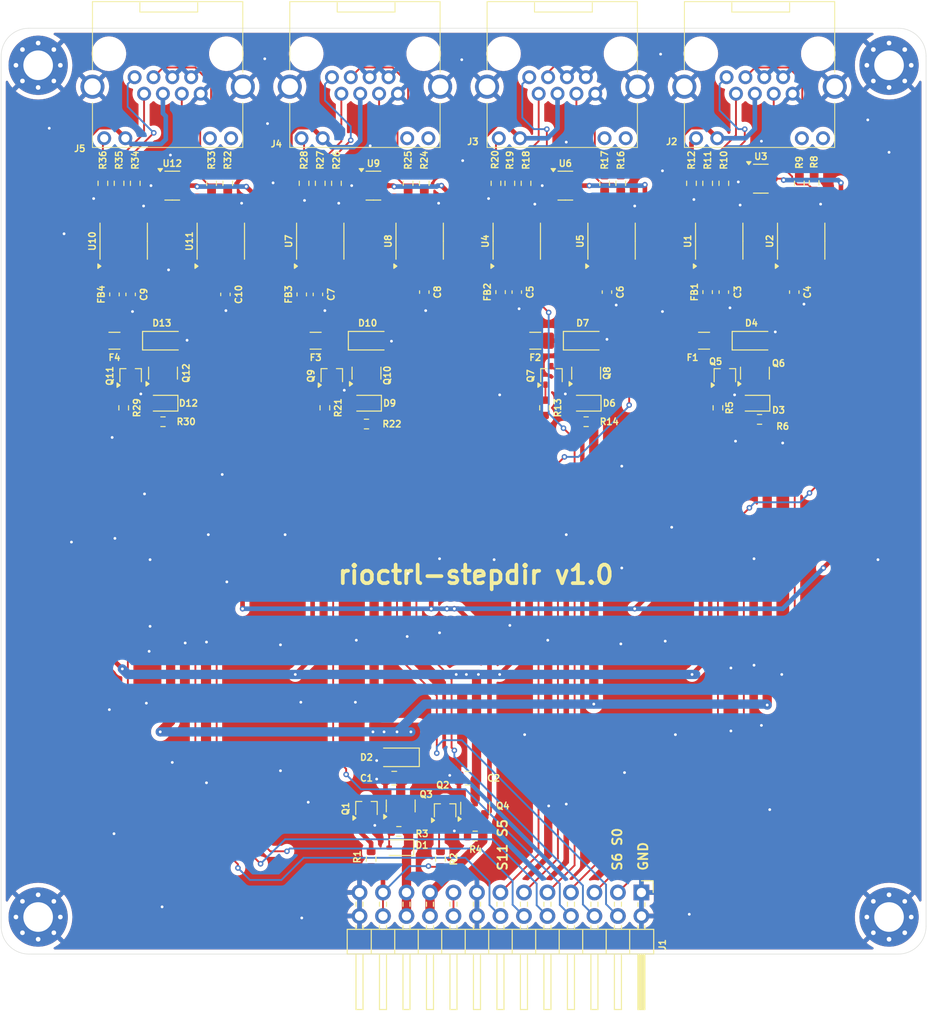
<source format=kicad_pcb>
(kicad_pcb (version 20240108) (generator "pcbnew") (generator_version "8.0")
  (layers (0 "F.Cu" signal) (31 "B.Cu" signal) (34 "B.Paste" user) (35 "F.Paste" user) (36 "B.SilkS" user "B.Silkscreen") (37 "F.SilkS" user "F.Silkscreen") (38 "B.Mask" user) (39 "F.Mask" user) (44 "Edge.Cuts" user))
  (net 0 "")
  (net 1 "GND")
  (net 2 "Net-(U1-DE)")
  (net 3 "Net-(D1-A)")
  (net 4 "+24V")
  (net 5 "Net-(D3-A)")
  (net 6 "Net-(D4-A1)")
  (net 7 "/Step dir output 0/EN_OUT")
  (net 8 "+5V")
  (net 9 "/Slot input/S6")
  (net 10 "/Slot input/S0")
  (net 11 "/Slot input/S11")
  (net 12 "/Slot input/SlotEN")
  (net 13 "/Slot input/S10")
  (net 14 "+3V3")
  (net 15 "/Slot input/S7")
  (net 16 "/Slot input/S3")
  (net 17 "/Slot input/S4")
  (net 18 "/Slot input/S9")
  (net 19 "/Slot input/S8")
  (net 20 "/Slot input/S2")
  (net 21 "/Slot input/S5")
  (net 22 "/Slot input/S1")
  (net 23 "Net-(Q1-G)")
  (net 24 "/Step dir output 0/STEP_OUT_P")
  (net 25 "/Step dir output 0/STEP_OUT_N")
  (net 26 "/Step dir output 0/DIR_OUT_P")
  (net 27 "/Step dir output 0/DIR_OUT_N")
  (net 30 "+24V_EN")
  (net 31 "+5V_EN")
  (net 32 "/Step dir output 0/DIR_OUT_P_P")
  (net 33 "/Step dir output 0/DIR_OUT_P_N")
  (net 34 "/Step dir output 0/STEP_OUT_P_P")
  (net 35 "Net-(Q5-G)")
  (net 36 "Net-(J2-Pad9)")
  (net 37 "/Step dir output 0/STEP_OUT_P_N")
  (net 40 "Net-(U4-DE)")
  (net 41 "Net-(U7-DE)")
  (net 42 "Net-(U10-DE)")
  (net 43 "Net-(D6-A)")
  (net 44 "Net-(D7-A1)")
  (net 45 "/Step dir output 1/EN_OUT")
  (net 46 "Net-(D9-A)")
  (net 47 "Net-(D10-A1)")
  (net 48 "/Step dir output 2/EN_OUT")
  (net 49 "Net-(D12-A)")
  (net 50 "Net-(D13-A1)")
  (net 51 "/Step dir output 3/EN_OUT")
  (net 54 "/Step dir output 1/DIR_OUT_P_N")
  (net 55 "Net-(J3-Pad9)")
  (net 56 "/Step dir output 1/DIR_OUT_P_P")
  (net 57 "/Step dir output 1/STEP_OUT_P_P")
  (net 58 "/Step dir output 1/STEP_OUT_P_N")
  (net 60 "/Step dir output 2/DIR_OUT_P_N")
  (net 61 "/Step dir output 2/DIR_OUT_P_P")
  (net 62 "/Step dir output 2/STEP_OUT_P_N")
  (net 64 "/Step dir output 2/STEP_OUT_P_P")
  (net 65 "Net-(J4-Pad9)")
  (net 67 "/Step dir output 3/DIR_OUT_P_N")
  (net 69 "/Step dir output 3/DIR_OUT_P_P")
  (net 70 "/Step dir output 3/STEP_OUT_P_P")
  (net 71 "/Step dir output 3/STEP_OUT_P_N")
  (net 72 "Net-(J5-Pad9)")
  (net 73 "Net-(Q2-D)")
  (net 74 "Net-(Q2-G)")
  (net 75 "Net-(Q7-G)")
  (net 76 "Net-(Q9-G)")
  (net 77 "Net-(Q11-G)")
  (net 78 "/Step dir output 1/DIR_OUT_P")
  (net 79 "/Step dir output 1/DIR_OUT_N")
  (net 80 "/Step dir output 1/STEP_OUT_P")
  (net 81 "/Step dir output 1/STEP_OUT_N")
  (net 82 "/Step dir output 2/DIR_OUT_P")
  (net 83 "/Step dir output 2/DIR_OUT_N")
  (net 84 "/Step dir output 2/STEP_OUT_P")
  (net 85 "/Step dir output 2/STEP_OUT_N")
  (net 86 "/Step dir output 3/DIR_OUT_P")
  (net 87 "/Step dir output 3/DIR_OUT_N")
  (net 88 "/Step dir output 3/STEP_OUT_P")
  (net 89 "/Step dir output 3/STEP_OUT_N")
  (footprint "Resistor_SMD:R_0603_1608Metric" (layer "F.Cu") (at 131.75 71.75 90)
    (property "Reference" "R18")
    (property "Value" "100R")
  )
  (footprint "Resistor_SMD:R_0603_1608Metric" (layer "F.Cu") (at 151.3875 71.75 90)
    (property "Reference" "R11")
    (property "Value" "100R")
  )
  (footprint "Diode_SMD:D_SOD-123F" (layer "F.Cu") (at 156.25 88.75)
    (property "Reference" "D4")
    (property "Value" "SMF24A")
  )
  (footprint "Resistor_SMD:R_0603_1608Metric" (layer "F.Cu") (at 133.75 96 -90)
    (property "Reference" "R13")
    (property "Value" "10K")
  )
  (footprint "Package_SO:SOIC-8_3.9x4.9mm_P1.27mm" (layer "F.Cu") (at 152.6375 78 90)
    (property "Reference" "U1")
    (property "Value" "CS48505S")
  )
  (footprint "Resistor_SMD:R_0603_1608Metric" (layer "F.Cu") (at 153.1375 71.75 90)
    (property "Reference" "R10")
    (property "Value" "100R")
  )
  (footprint "Inductor_SMD:L_0603_1608Metric" (layer "F.Cu") (at 87.25 83.75 90)
    (property "Reference" "FB4")
    (property "Value" "FB_100R_3A")
  )
  (footprint "Connector_PinHeader_2.54mm:PinHeader_2x13_P2.54mm_Horizontal" (layer "F.Cu") (at 144.225 148.35 -90)
    (property "Reference" "J1")
    (property "Value" "Conn_02x13_Odd_Even")
  )
  (footprint "Package_TO_SOT_SMD:SOT-23" (layer "F.Cu") (at 126.25 139.25 90)
    (property "Reference" "Q4")
    (property "Value" "AO3401A")
  )
  (footprint "hadv-connectors:R-RJ45R08P-C000" (layer "F.Cu") (at 157 60 180)
    (property "Reference" "J2")
    (property "Value" "RJ45_LED_Shielded")
  )
  (footprint "Package_TO_SOT_SMD:SOT-323_SC-70" (layer "F.Cu") (at 114.5 139.25 90)
    (property "Reference" "Q1")
    (property "Value" "BSS138W")
  )
  (footprint "Package_TO_SOT_SMD:SOT-23" (layer "F.Cu") (at 92.5 92.25 90)
    (property "Reference" "Q12")
    (property "Value" "AO3401A")
  )
  (footprint "Package_TO_SOT_SMD:SOT-23" (layer "F.Cu") (at 156.5 92.25 90)
    (property "Reference" "Q6")
    (property "Value" "AO3401A")
  )
  (footprint "Capacitor_SMD:C_0805_2012Metric" (layer "F.Cu") (at 125.45 136 180)
    (property "Reference" "C2")
    (property "Value" "10uF")
  )
  (footprint "Package_TO_SOT_SMD:SOT-323_SC-70" (layer "F.Cu") (at 153.25 92.5 90)
    (property "Reference" "Q5")
    (property "Value" "BSS138W")
  )
  (footprint "Package_TO_SOT_SMD:SOT-23" (layer "F.Cu") (at 114.5 92.25 90)
    (property "Reference" "Q10")
    (property "Value" "AO3401A")
  )
  (footprint "Capacitor_SMD:C_0603_1608Metric" (layer "F.Cu") (at 153.1375 83.5 -90)
    (property "Reference" "C3")
    (property "Value" "0.1uF")
  )
  (footprint "Fuse:Fuse_1206_3216Metric" (layer "F.Cu") (at 132.75 88.75 180)
    (property "Reference" "F2")
    (property "Value" "BSMD1206-100-24V")
  )
  (footprint "Capacitor_SMD:C_0603_1608Metric" (layer "F.Cu") (at 109.25 83.75 -90)
    (property "Reference" "C7")
    (property "Value" "0.1uF")
  )
  (footprint "Package_TO_SOT_SMD:SOT-23" (layer "F.Cu") (at 138.25 92.25 90)
    (property "Reference" "Q8")
    (property "Value" "AO3401A")
  )
  (footprint "Resistor_SMD:R_0603_1608Metric" (layer "F.Cu") (at 110 96 -90)
    (property "Reference" "R21")
    (property "Value" "10K")
  )
  (footprint "Inductor_SMD:L_0603_1608Metric" (layer "F.Cu") (at 129 83.5 90)
    (property "Reference" "FB2")
    (property "Value" "FB_100R_3A")
  )
  (footprint "MountingHole:MountingHole_3.2mm_M3_Pad_Via" (layer "F.Cu") (at 79 151)
    (property "Reference" "H4" (hide yes))
    (property "Value" "MH_3.2mm")
  )
  (footprint "Diode_SMD:D_SOD-323" (layer "F.Cu") (at 156.5 95.5 180)
    (property "Reference" "D3")
    (property "Value" "BZT52C10S")
  )
  (footprint "MountingHole:MountingHole_3.2mm_M3_Pad_Via" (layer "F.Cu") (at 171 59)
    (property "Reference" "H2" (hide yes))
    (property "Value" "MH_3.2mm")
  )
  (footprint "Capacitor_SMD:C_0603_1608Metric" (layer "F.Cu") (at 130.75 83.5 -90)
    (property "Reference" "C5")
    (property "Value" "0.1uF")
  )
  (footprint "Diode_SMD:D_SOD-123F" (layer "F.Cu") (at 92.5 88.75)
    (property "Reference" "D13")
    (property "Value" "SMF24A")
  )
  (footprint "Fuse:Fuse_1206_3216Metric" (layer "F.Cu") (at 109 88.75 180)
    (property "Reference" "F3")
    (property "Value" "BSMD1206-100-24V")
  )
  (footprint "Package_SO:SOIC-8_3.9x4.9mm_P1.27mm" (layer "F.Cu") (at 109.5 78 90)
    (property "Reference" "U7")
    (property "Value" "CS48505S")
  )
  (footprint "Resistor_SMD:R_0603_1608Metric" (layer "F.Cu") (at 140.25 71.75 90)
    (property "Reference" "R17")
    (property "Value" "100R")
  )
  (footprint "Diode_SMD:D_SOD-323" (layer "F.Cu") (at 118 143.5 180)
    (property "Reference" "D1")
    (property "Value" "BZT52C10S")
  )
  (footprint "Resistor_SMD:R_0603_1608Metric" (layer "F.Cu") (at 111.25 71.75 90)
    (property "Reference" "R26")
    (property "Value" "100R")
  )
  (footprint "Package_TO_SOT_SMD:SOT-23-6" (layer "F.Cu") (at 136 72)
    (property "Reference" "U6")
    (property "Value" "USBLC6-4SC6")
  )
  (footprint "Resistor_SMD:R_0603_1608Metric" (layer "F.Cu") (at 138.25 97.5 180)
    (property "Reference" "R14")
    (property "Value" "10K")
  )
  (footprint "hadv-connectors:R-RJ45R08P-C000" (layer "F.Cu") (at 114.333333 60 180)
    (property "Reference" "J4")
    (property "Value" "RJ45_LED_Shielded")
  )
  (footprint "Diode_SMD:D_SOD-323" (layer "F.Cu") (at 114.5 95.5 180)
    (property "Reference" "D9")
    (property "Value" "BZT52C10S")
  )
  (footprint "Package_TO_SOT_SMD:SOT-323_SC-70" (layer "F.Cu") (at 89 92.5 90)
    (property "Reference" "Q11")
    (property "Value" "BSS138W")
  )
  (footprint "Resistor_SMD:R_0603_1608Metric" (layer "F.Cu") (at 88.25 96 -90)
    (property "Reference" "R29")
    (property "Value" "10K")
  )
  (footprint "Package_TO_SOT_SMD:SOT-323_SC-70" (layer "F.Cu") (at 110.75 92.5 90)
    (property "Reference" "Q9")
    (property "Value" "BSS138W")
  )
  (footprint "hadv-connectors:R-RJ45R08P-C000" (layer "F.Cu") (at 135.666666 60 180)
    (property "Reference" "J3")
    (property "Value" "RJ45_LED_Shielded")
  )
  (footprint "Package_TO_SOT_SMD:SOT-23" (layer "F.Cu") (at 118.2 139 90)
    (property "Reference" "Q3")
    (property "Value" "AO3401A")
  )
  (footprint "Capacitor_SMD:C_0603_1608Metric" (layer "F.Cu") (at 99.25 83.75 -90)
    (property "Reference" "C10")
    (property "Value" "0.1uF")
  )
  (footprint "Resistor_SMD:R_0603_1608Metric" (layer "F.Cu") (at 157 97.25 180)
    (property "Reference" "R6")
    (property "Value" "10K")
  )
  (footprint "Resistor_SMD:R_0603_1608Metric" (layer "F.Cu") (at 118 141.75 180)
    (property "Reference" "R3")
    (property "Value" "10K")
  )
  (footprint "Resistor_SMD:R_0603_1608Metric" (layer "F.Cu") (at 141.99 71.75 90)
    (property "Reference" "R16")
    (property "Value" "100R")
  )
  (footprint "Resistor_SMD:R_0603_1608Metric" (layer "F.Cu") (at 130 71.75 90)
    (property "Reference" "R19")
    (property "Value" "100R")
  )
  (footprint "Package_TO_SOT_SMD:SOT-323_SC-70" (layer "F.Cu") (at 134.5 92.5 90)
    (property "Reference" "Q7")
    (property "Value" "BSS138W")
  )
  (footprint "Resistor_SMD:R_0603_1608Metric" (layer "F.Cu") (at 128.5 71.75 -90)
    (property "Reference" "R20")
    (property "Value" "10K")
  )
  (footprint "Capacitor_SMD:C_0603_1608Metric" (layer "F.Cu") (at 140.5 83.5 -90)
    (property "Reference" "C6")
    (property "Value" "0.1uF")
  )
  (footprint "Diode_SMD:D_SOD-323" (layer "F.Cu") (at 138.25 95.5 180)
    (property "Reference" "D6")
    (property "Value" "BZT52C10S")
  )
  (footprint "Diode_SMD:D_SOD-123F" (layer "F.Cu") (at 114.75 88.75)
    (property "Reference" "D10")
    (property "Value" "SMF24A")
  )
  (footprint "Resistor_SMD:R_0603_1608Metric" (layer "F.Cu") (at 86 71.75 -90)
    (property "Reference" "R36")
    (property "Value" "10K")
  )
  (footprint "Package_SO:SOIC-8_3.9x4.9mm_P1.27mm" (layer "F.Cu") (at 98.75 78 90)
    (property "Reference" "U11")
    (property "Value" "CS48505S")
  )
  (footprint "Diode_SMD:D_SOD-123F" (layer "F.Cu") (at 138 88.75)
    (property "Reference" "D7")
    (property "Value" "SMF24A")
  )
  (footprint "Resistor_SMD:R_0603_1608Metric" (layer "F.Cu") (at 89.5 71.75 90)
    (property "Reference" "R34")
    (property "Value" "100R")
  )
  (footprint "Resistor_SMD:R_0603_1608Metric" (layer "F.Cu") (at 109.5 71.75 90)
    (property "Reference" "R27")
    (property "Value" "100R")
  )
  (footprint "Resistor_SMD:R_0603_1608Metric" (layer "F.Cu") (at 149.6375 71.75 -90)
    (property "Reference" "R12")
    (property "Value" "10K")
  )
  (footprint "Resistor_SMD:R_0603_1608Metric" (layer "F.Cu") (at 122.5 144.75 -90)
    (property "Reference" "R2")
    (property "Value" "10K")
  )
  (footprint "Resistor_SMD:R_0603_1608Metric" (layer "F.Cu") (at 114.5 97.75 180)
    (property "Reference" "R22")
    (property "Value" "10K")
  )
  (footprint "Package_SO:SOIC-8_3.9x4.9mm_P1.27mm" (layer "F.Cu") (at 88.25 78 90)
    (property "Reference" "U10")
    (property "Value" "CS48505S")
  )
  (footprint "Package_TO_SOT_SMD:SOT-323_SC-70" (layer "F.Cu") (at 123 139.5 90)
    (property "Reference" "Q2")
    (property "Value" "BSS138W")
  )
  (footprint "Capacitor_SMD:C_0603_1608Metric" (layer "F.Cu") (at 89 83.75 -90)
    (property "Reference" "C9")
    (property "Value" "0.1uF")
  )
  (footprint "Resistor_SMD:R_0603_1608Metric" (layer "F.Cu") (at 92.5 97.5 180)
    (property "Reference" "R30")
    (property "Value" "10K")
  )
  (footprint "Resistor_SMD:R_0603_1608Metric" (layer "F.Cu") (at 120.75 71.75 90)
    (property "Reference" "R24")
    (property "Value" "100R")
  )
  (footprint "Fuse:Fuse_1206_3216Metric" (layer "F.Cu") (at 87.25 88.75 180)
    (property "Reference" "F4")
    (property "Value" "BSMD1206-100-24V")
  )
  (footprint "Fuse:Fuse_1206_3216Metric" (layer "F.Cu") (at 151 88.75 180)
    (property "Reference" "F1")
    (property "Value" "BSMD1206-100-24V")
  )
  (footprint "Inductor_SMD:L_0603_1608Metric" (layer "F.Cu") (at 151.3875 83.5 90)
    (property "Reference" "FB1")
    (property "Value" "FB_100R_3A")
  )
  (footprint "Resistor_SMD:R_0603_1608Metric" (layer "F.Cu") (at 99.5 71.75 90)
    (property "Reference" "R32")
    (property "Value" "100R")
  )
  (footprint "Package_SO:SOIC-8_3.9x4.9mm_P1.27mm" (layer "F.Cu") (at 130.75 78 90)
    (property "Reference" "U4")
    (property "Value" "CS48505S")
  )
  (footprint "Capacitor_SMD:C_0603_1608Metric" (layer "F.Cu") (at 120.75 83.5 -90)
    (property "Reference" "C8")
    (property "Value" "0.1uF")
  )
  (footprint "Resistor_SMD:R_0603_1608Metric" (layer "F.Cu") (at 119 71.75 90)
    (property "Reference" "R25")
    (property "Value" "100R")
  )
  (footprint "Package_SO:SOIC-8_3.9x4.9mm_P1.27mm" (layer "F.Cu") (at 161.5 78 90)
    (property "Reference" "U2")
    (property "Value" "CS48505S")
  )
  (footprint "Capacitor_SMD:C_0603_1608Metric" (layer "F.Cu") (at 160.75 83.5 -90)
    (property "Reference" "C4")
    (property "Value" "0.1uF")
  )
  (footprint "Resistor_SMD:R_0603_1608Metric" (layer "F.Cu") (at 107.75 71.75 -90)
    (property "Reference" "R28")
    (property "Value" "10K")
  )
  (footprint "Inductor_SMD:L_0603_1608Metric" (layer "F.Cu") (at 107.5 83.75 90)
    (property "Reference" "FB3")
    (property "Value" "FB_100R_3A")
  )
  (footprint "Resistor_SMD:R_0603_1608Metric" (layer "F.Cu") (at 97.75 71.75 90)
    (property "Reference" "R33")
    (property "Value" "100R")
  )
  (footprint "MountingHole:MountingHole_3.2mm_M3_Pad_Via" (layer "F.Cu") (at 79 59)
    (property "Reference" "H1" (hide yes))
    (property "Value" "MH_3.2mm")
  )
  (footprint "Resistor_SMD:R_0603_1608Metric" (layer "F.Cu") (at 115 144.75 -90)
    (property "Reference" "R1")
    (property "Value" "10K")
  )
  (footprint "Resistor_SMD:R_0603_1608Metric" (layer "F.Cu") (at 87.75 71.75 90)
    (property "Reference" "R35")
    (property "Value" "100R")
  )
  (footprint "Diode_SMD:D_SOD-123F" (layer "F.Cu") (at 118 133.75 180)
    (property "Reference" "D2")
    (property "Value" "SMF24A")
  )
  (footprint "Package_SO:SOIC-8_3.9x4.9mm_P1.27mm" (layer "F.Cu") (at 141 78 90)
    (property "Reference" "U5")
    (property "Value" "CS48505S")
  )
  (footprint "Diode_SMD:D_SOD-323" (layer "F.Cu") (at 92.5 95.5 180)
    (property "Reference" "D12")
    (property "Value" "BZT52C10S")
  )
  (footprint "MountingHole:MountingHole_3.2mm_M3_Pad_Via" (layer "F.Cu") (at 171 151)
    (property "Reference" "H3" (hide yes))
    (property "Value" "MH_3.2mm")
  )
  (footprint "Resistor_SMD:R_0603_1608Metric" (layer "F.Cu") (at 152.5 96 -90)
    (property "Reference" "R5")
    (property "Value" "10K")
  )
  (footprint "Resistor_SMD:R_0603_1608Metric" (layer "F.Cu") (at 162.9 71.7 90)
    (property "Reference" "R8")
    (property "Value" "100R")
  )
  (footprint "hadv-connectors:R-RJ45R08P-C000" (layer "F.Cu") (at 93 60 180)
    (property "Reference" "J5")
    (property "Value" "RJ45_LED_Shielded")
  )
  (footprint "Resistor_SMD:R_0603_1608Metric" (layer "F.Cu") (at 126.25 142.25 180)
    (property "Reference" "R4")
    (property "Value" "10K")
  )
  (footprint "Capacitor_SMD:C_0805_2012Metric" (layer "F.Cu") (at 117.5 136 180)
    (property "Reference" "C1")
    (property "Value" "10uF")
  )
  (footprint "Package_TO_SOT_SMD:SOT-23-6" (layer "F.Cu") (at 157.1375 71.25)
    (property "Reference" "U3")
    (property "Value" "USBLC6-4SC6")
  )
  (footprint "Package_SO:SOIC-8_3.9x4.9mm_P1.27mm" (layer "F.Cu") (at 120.25 78 90)
    (property "Reference" "U8")
    (property "Value" "CS48505S")
  )
  (footprint "Package_TO_SOT_SMD:SOT-23-6" (layer "F.Cu") (at 115.25 72)
    (property "Reference" "U9")
    (property "Value" "USBLC6-4SC6")
  )
  (footprint "Package_TO_SOT_SMD:SOT-23-6" (layer "F.Cu") (at 93.5 72)
    (property "Reference" "U12")
    (property "Value" "USBLC6-4SC6")
  )
  (footprint "Resistor_SMD:R_0603_1608Metric" (layer "F.Cu") (at 161.3 71.75 90)
    (property "Reference" "R9")
    (property "Value" "100R")
  )
  (gr_line (start 172 155) (end 78 155) (stroke (width 0.05)) (layer "Edge.Cuts"))
  (gr_arc (start 75 58) (mid 75.87868 55.87868) (end 78 55) (stroke (width 0.05)) (layer "Edge.Cuts"))
  (gr_line (start 78 55) (end 172 55) (stroke (width 0.05)) (layer "Edge.Cuts"))
  (gr_arc (start 175 152) (mid 174.12132 154.12132) (end 172 155) (stroke (width 0.05)) (layer "Edge.Cuts"))
  (gr_arc (start 78 155) (mid 75.87868 154.12132) (end 75 152) (stroke (width 0.05)) (layer "Edge.Cuts"))
  (gr_line (start 75 152) (end 75 58) (stroke (width 0.05)) (layer "Edge.Cuts"))
  (gr_line (start 175 58) (end 175 152) (stroke (width 0.05)) (layer "Edge.Cuts"))
  (gr_arc (start 172 55) (mid 174.12132 55.87868) (end 175 58) (stroke (width 0.05)) (layer "Edge.Cuts"))
  (gr_text "S11 S5" (at 129.8 146.1 90) (layer "F.SilkS") (effects (font (size 1 1) (thickness 0.2) (bold yes)) (justify left bottom)))
  (gr_text "GND" (at 145 146.1 90) (layer "F.SilkS") (effects (font (size 1 1) (thickness 0.2) (bold yes)) (justify left bottom)))
  (gr_text "S6 S0" (at 142.2 146.1 90) (layer "F.SilkS") (effects (font (size 1 1) (thickness 0.2) (bold yes)) (justify left bottom)))
  (gr_text "rioctrl-stepdir v1.0" (at 111.2 115.2 0) (layer "F.SilkS") (effects (font (size 2 2) (thickness 0.4) (bold yes)) (justify left bottom)))
  (segment (start 111.5 93.5) (end 112.1 94.1) (width 0.2) (layer "F.Cu") (net 1))
  (segment (start 153.9 93.5) (end 153.9 94.2) (width 0.2) (layer "F.Cu") (net 1))
  (segment (start 115.15 140.85) (end 115.4 141.1) (width 0.5) (layer "F.Cu") (net 1))
  (segment (start 160.75 84.275) (end 161.275 84.275) (width 0.2) (layer "F.Cu") (net 1))
  (segment (start 132.655 75.525) (end 132.655 74.045) (width 0.2) (layer "F.Cu") (net 1))
  (segment (start 142.905 75.525) (end 142.905 74.795) (width 0.2) (layer "F.Cu") (net 1))
  (segment (start 117.15 88.75) (end 117.2 88.8) (width 0.2) (layer "F.Cu") (net 1))
  (segment (start 154.5425 75.525) (end 154.5425 74.4575) (width 0.2) (layer "F.Cu") (net 1))
  (segment (start 132.655 74.045) (end 132.7 74) (width 0.2) (layer "F.Cu") (net 1))
  (segment (start 142.905 74.795) (end 143.5 74.2) (width 0.2) (layer "F.Cu") (net 1))
  (segment (start 149.6375 72.575) (end 149.6375 73.2375) (width 0.2) (layer "F.Cu") (net 1))
  (segment (start 135.15 93.65) (end 136 94.5) (width 0.2) (layer "F.Cu") (net 1))
  (segment (start 140.5 84.275) (end 140.875 84.275) (width 0.2) (layer "F.Cu") (net 1))
  (segment (start 120.75 85.35) (end 120.9 85.5) (width 0.2) (layer "F.Cu") (net 1))
  (segment (start 123.8 136) (end 123.5 135.7) (width 1) (layer "F.Cu") (net 1))
  (segment (start 90.155 74.445) (end 90.4 74.2) (width 0.2) (layer "F.Cu") (net 1))
  (segment (start 154.5425 74.4575) (end 154.9 74.1) (width 0.2) (layer "F.Cu") (net 1))
  (segment (start 95.05 88.75) (end 95.1 88.7) (width 0.2) (layer "F.Cu") (net 1))
  (segment (start 99.25 84.525) (end 99.25 85.45) (width 0.2) (layer "F.Cu") (net 1))
  (segment (start 122.155 75.525) (end 122.155 74.045) (width 0.2) (layer "F.Cu") (net 1))
  (segment (start 111.4 93.5) (end 111.5 93.5) (width 0.2) (layer "F.Cu") (net 1))
  (segment (start 122.155 74.045) (end 122.3 73.9) (width 0.2) (layer "F.Cu") (net 1))
  (segment (start 100.655 74.245) (end 101 73.9) (width 0.2) (layer "F.Cu") (net 1))
  (segment (start 128.5 72.6) (end 127.7 73.4) (width 0.2) (layer "F.Cu") (net 1))
  (segment (start 115.7 136) (end 115.6 136.1) (width 1) (layer "F.Cu") (net 1))
  (segment (start 139.4 88.75) (end 140.35 88.75) (width 0.2) (layer "F.Cu") (net 1))
  (segment (start 123.65 140.5) (end 123.65 141.35) (width 0.2) (layer "F.Cu") (net 1))
  (segment (start 111.405 73.995) (end 111.5 73.9) (width 0.2) (layer "F.Cu") (net 1))
  (segment (start 163.405 74.195) (end 163.6 74) (width 0.2) (layer "F.Cu") (net 1))
  (segment (start 100.655 75.525) (end 100.655 74.245) (width 0.2) (layer "F.Cu") (net 1))
  (segment (start 130.75 85.05) (end 131 85.3) (width 0.2) (layer "F.Cu") (net 1))
  (segment (start 116.55 136) (end 115.7 136) (width 1) (layer "F.Cu") (net 1))
  (segment (start 89.65 93.5) (end 89.65 94.05) (width 0.5) (layer "F.Cu") (net 1))
  (segment (start 163.405 75.525) (end 163.405 74.195) (width 0.2) (layer "F.Cu") (net 1))
  (segment (start 153.9 94.2) (end 154.3 94.6) (width 0.2) (layer "F.Cu") (net 1))
  (segment (start 92.3625 72) (end 91.2 72) (width 0.2) (layer "F.Cu") (net 1))
  (segment (start 99.25 85.45) (end 99.3 85.5) (width 0.2) (layer "F.Cu") (net 1))
  (segment (start 115.95 133.75) (end 115.6 134.1) (width 1) (layer "F.Cu") (net 1))
  (segment (start 93.9 88.75) (end 95.05 88.75) (width 0.2) (layer "F.Cu") (net 1))
  (segment (start 123.65 141.35) (end 124 141.7) (width 0.2) (layer "F.Cu") (net 1))
  (segment (start 89 84.525) (end 89 85.4) (width 0.2) (layer "F.Cu") (net 1))
  (segment (start 155.05 71.25) (end 154.7 71.6) (width 0.2) (layer "F.Cu") (net 1))
  (segment (start 157.65 88.75) (end 157.75 88.75) (width 0.2) (layer "F.Cu") (net 1))
  (segment (start 130.75 84.275) (end 130.75 85.05) (width 0.2) (layer "F.Cu") (net 1))
  (segment (start 153.1375 84.5375) (end 153.8 85.2) (width 0.2) (layer "F.Cu") (net 1))
  (segment (start 90.155 75.525) (end 90.155 74.445) (width 0.2) (layer "F.Cu") (net 1))
  (segment (start 111.405 75.525) (end 111.405 73.995) (width 0.2) (layer "F.Cu") (net 1))
  (segment (start 116.6 133.75) (end 115.95 133.75) (width 1) (layer "F.Cu") (net 1))
  (segment (start 109.25 84.75) (end 110 85.5) (width 0.2) (layer "F.Cu") (net 1))
  (segment (start 134.8625 72) (end 133.5 72) (width 0.2) (layer "F.Cu") (net 1))
  (segment (start 86 72.575) (end 85.825 72.575) (width 0.2) (layer "F.Cu") (net 1))
  (segment (start 120.75 84.275) (end 120.75 85.35) (width 0.2) (layer "F.Cu") (net 1))
  (segment (start 140.875 84.275) (end 141.5 84.9) (width 0.2) (layer "F.Cu") (net 1))
  (segment (start 153.1375 84.275) (end 153.1375 84.5375) (width 0.2) (layer "F.Cu") (net 1))
  (segment (start 107.75 73.55) (end 107.8 73.6) (width 0.2) (layer "F.Cu") (net 1))
  (segment (start 157.75 88.75) (end 158.7 87.8) (width 0.2) (layer "F.Cu") (net 1))
  (segment (start 85.825 72.575) (end 85 73.4) (width 0.2) (layer "F.Cu") (net 1))
  (segment (start 89.65 94.05) (end 90.1 94.5) (width 0.5) (layer "F.Cu") (net 1))
  (segment (start 140.35 88.75) (end 140.5 88.6) (width 0.2) (layer "F.Cu") (net 1))
  (segment (start 149.6375 73.2375) (end 149.9 73.5) (width 0.2) (layer "F.Cu") (net 1))
  (segment (start 89 85.4) (end 89.2 85.6) (width 0.2) (layer "F.Cu") (net 1))
  (segment (start 114.1125 72) (end 112.9 72) (width 0.2) (layer "F.Cu") (net 1))
  (segment (start 161.275 84.275) (end 161.8 84.8) (width 0.2) (layer "F.Cu") (net 1))
  (segment (start 128.5 72.575) (end 128.5 72.6) (width 0.2) (layer "F.Cu") (net 1))
  (segment (start 135.15 93.5) (end 135.15 93.65) (width 0.2) (layer "F.Cu") (net 1))
  (segment (start 115.15 140.25) (end 115.15 140.85) (width 0.5) (layer "F.Cu") (net 1))
  (segment (start 116.15 88.75) (end 117.15 88.75) (width 0.2) (layer "F.Cu") (net 1))
  (segment (start 107.75 72.575) (end 107.75 73.55) (width 0.2) (layer "F.Cu") (net 1))
  (segment (start 109.25 84.525) (end 109.25 84.75) (width 0.2) (layer "F.Cu") (net 1))
  (segment (start 124.5 136) (end 123.8 136) (width 1) (layer "F.Cu") (net 1))
  (segment (start 156 71.25) (end 155.05 71.25) (width 0.2) (layer "F.Cu") (net 1))
  (via (at 105.7 109.7) (size 0.6) (drill 0.3) (layers "F.Cu" "B.Cu") (net 1))
  (via (at 91.1 112.4) (size 0.6) (drill 0.3) (layers "F.Cu" "B.Cu") (net 1))
  (via (at 112.1 94.1) (size 0.6) (drill 0.3) (layers "F.Cu" "B.Cu") (net 1))
  (via (at 123.5 135.7) (size 0.6) (drill 0.3) (layers "F.Cu" "B.Cu") (net 1))
  (via (at 82.6 110.5) (size 0.6) (drill 0.3) (layers "F.Cu" "B.Cu") (net 1))
  (via (at 143.5 74.2) (size 0.6) (drill 0.3) (layers "F.Cu" "B.Cu") (net 1))
  (via (at 112.9 72) (size 0.6) (drill 0.3) (layers "F.Cu" "B.Cu") (net 1))
  (via (at 147.9 131.3) (size 0.6) (drill 0.3) (layers "F.Cu" "B.Cu") (net 1))
  (via (at 153.9 130.9) (size 0.6) (drill 0.3) (layers "F.Cu" "B.Cu") (net 1))
  (via (at 104.4 71.7) (size 0.6) (drill 0.3) (layers "F.Cu" "B.Cu") (net 1))
  (via (at 130 119.5) (size 0.6) (drill 0.3) (layers "F.Cu" "B.Cu") (net 1))
  (via (at 115.6 134.1) (size 0.6) (drill 0.3) (layers "F.Cu" "B.Cu") (net 1))
  (via (at 89.2 85.6) (size 0.6) (drill 0.3) (layers "F.Cu" "B.Cu") (net 1))
  (via (at 108.2 138.6) (size 0.6) (drill 0.3) (layers "F.Cu" "B.Cu") (net 1))
  (via (at 149.9 73.5) (size 0.6) (drill 0.3) (layers "F.Cu" "B.Cu") (net 1))
  (via (at 156.4 123.8) (size 0.6) (drill 0.3) (layers "F.Cu" "B.Cu") (net 1))
  (via (at 122.4 112.3) (size 0.6) (drill 0.3) (layers "F.Cu" "B.Cu") (net 1))
  (via (at 154.7 71.6) (size 0.6) (drill 0.3) (layers "F.Cu" "B.Cu") (net 1))
  (via (at 158.7 87.8) (size 0.6) (drill 0.3) (layers "F.Cu" "B.Cu") (net 1))
  (via (at 113.3 127.8) (size 0.6) (drill 0.3) (layers "F.Cu" "B.Cu") (net 1))
  (via (at 91.1 119.6) (size 0.6) (drill 0.3) (layers "F.Cu" "B.Cu") (net 1))
  (via (at 146.8 121.2) (size 0.6) (drill 0.3) (layers "F.Cu" "B.Cu") (net 1))
  (via (at 93.1 81.1) (size 0.6) (drill 0.3) (layers "F.Cu" "B.Cu") (net 1))
  (via (at 93.3 68.7) (size 0.6) (drill 0.3) (layers "F.Cu" "B.Cu") (net 1))
  (via (at 142.1 102.3) (size 0.6) (drill 0.3) (layers "F.Cu" "B.Cu") (net 1))
  (via (at 105.2 121.6) (size 0.6) (drill 0.3) (layers "F.Cu" "B.Cu") (net 1))
  (via (at 154.9 74.1) (size 0.6) (drill 0.3) (layers "F.Cu" "B.Cu") (net 1))
  (via (at 156.4 112.3) (size 0.6) (drill 0.3) (layers "F.Cu" "B.Cu") (net 1))
  (via (at 140.5 88.6) (size 0.6) (drill 0.3) (layers "F.Cu" "B.Cu") (net 1))
  (via (at 142.1 113.3) (size 0.6) (drill 0.3) (layers "F.Cu" "B.Cu") (net 1))
  (via (at 80.2 65.8) (size 0.6) (drill 0.3) (layers "F.Cu" "B.Cu") (net 1))
  (via (at 134.2 139) (size 0.6) (drill 0.3) (layers "F.Cu" "B.Cu") (net 1))
  (via (at 163.6 74) (size 0.6) (drill 0.3) (layers "F.Cu" "B.Cu") (net 1))
  (via (at 114.9 67.7) (size 0.6) (drill 0.3) (layers "F.Cu" "B.Cu") (net 1))
  (via (at 95.1 88.7) (size 0.6) (drill 0.3) (layers "F.Cu" "B.Cu") (net 1))
  (via (at 115.4 141.1) (size 0.6) (drill 0.3) (layers "F.Cu" "B.Cu") (net 1))
  (via (at 103.8 65.3) (size 0.6) (drill 0.3) (layers "F.Cu" "B.Cu") (net 1))
  (via (at 90.4 74.2) (size 0.6) (drill 0.3) (layers "F.Cu" "B.Cu") (net 1))
  (via (at 87.2 142) (size 0.6) (drill 0.3) (layers "F.Cu" "B.Cu") (net 1))
  (via (at 97.2 136.5) (size 0.6) (drill 0.3) (layers "F.Cu" "B.Cu") (net 1))
  (via (at 146.5 70.4) (size 0.6) (drill 0.3) (layers "F.Cu" "B.Cu") (net 1))
  (via (at 99.4 114.8) (size 0.6) (drill 0.3) (layers "F.Cu" "B.Cu") (net 1))
  (via (at 159.5 99.8) (size 0.6) (drill 0.3) (layers "F.Cu" "B.Cu") (net 1))
  (via (at 142.4 135.4) (size 0.6) (drill 0.3) (layers "F.Cu" "B.Cu") (net 1))
  (via (at 113.4 121.1) (size 0.6) (drill 0.3) (layers "F.Cu" "B.Cu") (net 1))
  (via (at 146.3 57.8) (size 0.6) (drill 0.3) (layers "F.Cu" "B.Cu") (net 1))
  (via (at 122.3 73.9) (size 0.6) (drill 0.3) (layers "F.Cu" "B.Cu") (net 1))
  (via (at 90.1 94.5) (size 0.6) (drill 0.3) (layers "F.Cu" "B.Cu") (net 1))
  (via (at 107.5 151.1) (size 0.6) (drill 0.3) (layers "F.Cu" "B.Cu") (net 1))
  (via (at 94.9 121.4) (size 0.6) (drill 0.3) (layers "F.Cu" "B.Cu") (net 1))
  (via (at 92.4 149.9) (size 0.6) (drill 0.3) (layers "F.Cu" "B.Cu") (net 1))
  (via (at 98.9 103.2) (size 0.6) (drill 0.3) (layers "F.Cu" "B.Cu") (net 1))
  (via (at 157.2 130.3) (size 0.6) (drill 0.3) (layers "F.Cu" "B.Cu") (net 1))
  (via (at 132.7 74) (size 0.6) (drill 0.3) (layers "F.Cu" "B.Cu") (net 1))
  (via (at 133.5 72) (size 0.6) (drill 0.3) (layers "F.Cu" "B.Cu") (net 1))
  (via (at 107.8 73.6) (size 0.6) (drill 0.3) (layers "F.Cu" "B.Cu") (net 1))
  (via (at 93.5 134.3) (size 0.6) (drill 0.3) (layers "F.Cu" "B.Cu") (net 1))
  (via (at 91.2 72) (size 0.6) (drill 0.3) (layers "F.Cu" "B.Cu") (net 1))
  (via (at 115.6 136.1) (size 0.6) (drill 0.3) (layers "F.Cu" "B.Cu") (net 1))
  (via (at 168.7 64.9) (size 0.6) (drill 0.3) (layers "F.Cu" "B.Cu") (net 1))
  (via (at 157.2 67.2) (size 0.6) (drill 0.3) (layers "F.Cu" "B.Cu") (net 1))
  (via (at 149.4 150.7) (size 0.6) (drill 0.3) (layers "F.Cu" "B.Cu") (net 1))
  (via (at 110 85.5) (size 0.6) (drill 0.3) (layers "F.Cu" "B.Cu") (net 1))
  (via (at 128.9 94.6) (size 0.6) (drill 0.3) (layers "F.Cu" "B.Cu") (net 1))
  (via (at 99.3 85.5) (size 0.6) (drill 0.3) (layers "F.Cu" "B.Cu") (net 1))
  (via (at 118.9 120.7) (size 0.6) (drill 0.3) (layers "F.Cu" "B.Cu") (net 1))
  (via (at 97.2 121.3) (size 0.6) (drill 0.3) (layers "F.Cu" "B.Cu") (net 1))
  (via (at 154.3 94.6) (size 0.6) (drill 0.3) (layers "F.Cu" "B.Cu") (net 1))
  (via (at 124.8 58.4) (size 0.6) (drill 0.3) (layers "F.Cu" "B.Cu") (net 1))
  (via (at 169.8 112.4) (size 0.6) (drill 0.3) (layers "F.Cu" "B.Cu") (net 1))
  (via (at 124.9 69.3) (size 0.6) (drill 0.3) (layers "F.Cu" "B.Cu") (net 1))
  (via (at 153.8 85.2) (size 0.6) (drill 0.3) (layers "F.Cu" "B.Cu") (net 1))
  (via (at 171 68.4) (size 0.6) (drill 0.3) (layers "F.Cu" "B.Cu") (net 1))
  (via (at 90.5 105.3) (size 0.6) (drill 0.3) (layers "F.Cu" "B.Cu") (net 1))
  (via (at 127.7 73.4) (size 0.6) (drill 0.3) (layers "F.Cu" "B.Cu") (net 1))
  (via (at 124 141.7) (size 0.6) (drill 0.3) (layers "F.Cu" "B.Cu") (net 1))
  (via (at 136.1 138.8) (size 0.6) (drill 0.3) (layers "F.Cu" "B.Cu") (net 1))
  (via (at 107.4 127.8) (size 0.6) (drill 0.3) (layers "F.Cu" "B.Cu") (net 1))
  (via (at 141.5 84.9) (size 0.6) (drill 0.3) (layers "F.Cu" "B.Cu") (net 1))
  (via (at 134.1 121.1) (size 0.6) (drill 0.3) (layers "F.Cu" "B.Cu") (net 1))
  (via (at 103.5 58.3) (size 0.6) (drill 0.3) (layers "F.Cu" "B.Cu") (net 1))
  (via (at 128.3 112.4) (size 0.6) (drill 0.3) (layers "F.Cu" "B.Cu") (net 1))
  (via (at 131 85.3) (size 0.6) (drill 0.3) (layers "F.Cu" "B.Cu") (net 1))
  (via (at 146.5 85.6) (size 0.6) (drill 0.3) (layers "F.Cu" "B.Cu") (net 1))
  (via (at 122.4 120.3) (size 0.6) (drill 0.3) (layers "F.Cu" "B.Cu") (net 1))
  (via (at 86.7 128.6) (size 0.6) (drill 0.3) (layers "F.Cu" "B.Cu") (net 1))
  (via (at 90.7 127.9) (size 0.6) (drill 0.3) (layers "F.Cu" "B.Cu") (net 1))
  (via (at 154.4 99.6) (size 0.6) (drill 0.3) (layers "F.Cu" "B.Cu") (net 1))
  (via (at 87 99.2) (size 0.6) (drill 0.3) (layers "F.Cu" "B.Cu") (net 1))
  (via (at 87.3 110.1) (size 0.6) (drill 0.3) (layers "F.Cu" "B.Cu") (net 1))
  (via (at 131.6 131.3) (size 0.6) (drill 0.3) (layers "F.Cu" "B.Cu") (net 1))
  (via (at 159.4 124.8) (size 0.6) (drill 0.3) (layers "F.Cu" "B.Cu") (net 1))
  (via (at 158.1 139.4) (size 0.6) (drill 0.3) (layers "F.Cu" "B.Cu") (net 1))
  (via (at 97.4 109.7) (size 0.6) (drill 0.3) (layers "F.Cu" "B.Cu") (net 1))
  (via (at 136.1 109.7) (size 0.6) (drill 0.3) (layers "F.Cu" "B.Cu") (net 1))
  (via (at 147.5 108.9) (size 0.6) (drill 0.3) (layers "F.Cu" "B.Cu") (net 1))
  (via (at 136.1 67.3) (size 0.6) (drill 0.3) (layers "F.Cu" "B.Cu") (net 1))
  (via (at 85 73.4) (size 0.6) (drill 0.3) (layers "F.Cu" "B.Cu") (net 1))
  (via (at 101 73.9) (size 0.6) (drill 0.3) (layers "F.Cu" "B.Cu") (net 1))
  (via (at 117.2 88.8) (size 0.6) (drill 0.3) (layers "F.Cu" "B.Cu") (net 1))
  (via (at 105.2 135.2) (size 0.6) (drill 0.3) (layers "F.Cu" "B.Cu") (net 1))
  (via (at 91 122.3) (size 0.6) (drill 0.3) (layers "F.Cu" "B.Cu") (net 1))
  (via (at 81.8 77.2) (size 0.6) (drill 0.3) (layers "F.Cu" "B.Cu") (net 1))
  (via (at 142 121.5) (size 0.6) (drill 0.3) (layers "F.Cu" "B.Cu") (net 1))
  (via (at 111.5 73.9) (size 0.6) (drill 0.3) (layers "F.Cu" "B.Cu") (net 1))
  (via (at 161.8 84.8) (size 0.6) (drill 0.3) (layers "F.Cu" "B.Cu") (net 1))
  (via (at 119 113.9) (size 0.6) (drill 0.3) (layers "F.Cu" "B.Cu") (net 1))
  (via (at 120.9 85.5) (size 0.6) (drill 0.3) (layers "F.Cu" "B.Cu") (net 1))
  (via (at 153.9 124.1) (size 0.6) (drill 0.3) (layers "F.Cu" "B.Cu") (net 1))
  (via (at 136 94.5) (size 0.6) (drill 0.3) (layers "F.Cu" "B.Cu") (net 1))
  (segment (start 160.865 79.500001) (end 159.595 78.230001) (width 0.2) (layer "F.Cu") (net 2))
  (segment (start 153.2725 79.500001) (end 153.772501 79) (width 0.2) (layer "F.Cu") (net 2))
  (segment (start 162.135 80.475) (end 160.865 80.475) (width 0.2) (layer "F.Cu") (net 2))
  (segment (start 151.3875 82.7125) (end 153.125 82.7125) (width 0.2) (layer "F.Cu") (net 2))
  (segment (start 152.0025 77.769999) (end 152.0025 80.475) (width 0.2) (layer "F.Cu") (net 2))
  (segment (start 160.865 80.129448) (end 160.865 80.475) (width 0.2) (layer "F.Cu") (net 2))
  (segment (start 159.735552 79) (end 160.865 80.129448) (width 0.2) (layer "F.Cu") (net 2))
  (segment (start 153.1375 80.61) (end 153.2725 80.475) (width 0.2) (layer "F.Cu") (net 2))
  (segment (start 150.7325 75.525) (end 150.7325 76.499999) (width 0.2) (layer "F.Cu") (net 2))
  (segment (start 153.2725 80.475) (end 153.2725 79.500001) (width 0.2) (layer "F.Cu") (net 2))
  (segment (start 160.75 82.725) (end 160.75 80.59) (width 0.2) (layer "F.Cu") (net 2))
  (segment (start 153.125 82.7125) (end 153.1375 82.725) (width 0.2) (layer "F.Cu") (net 2))
  (segment (start 153.1375 82.725) (end 153.1375 80.61) (width 0.2) (layer "F.Cu") (net 2))
  (segment (start 150.7325 76.499999) (end 152.0025 77.769999) (width 0.2) (layer "F.Cu") (net 2))
  (segment (start 160.865 80.475) (end 160.865 79.500001) (width 0.2) (layer "F.Cu") (net 2))
  (segment (start 159.595 78.230001) (end 159.595 75.525) (width 0.2) (layer "F.Cu") (net 2))
  (segment (start 153.772501 79) (end 159.735552 79) (width 0.2) (layer "F.Cu") (net 2))
  (segment (start 153.2725 80.475) (end 152.0025 80.475) (width 0.2) (layer "F.Cu") (net 2))
  (segment (start 160.75 80.59) (end 160.865 80.475) (width 0.2) (layer "F.Cu") (net 2))
  (segment (start 116.95 141.975) (end 117.175 141.75) (width 0.2) (layer "F.Cu") (net 3))
  (segment (start 117.25 141.675) (end 117.175 141.75) (width 0.2) (layer "F.Cu") (net 3))
  (segment (start 116.1875 139.9375) (end 117.25 139.9375) (width 0.2) (layer "F.Cu") (net 3))
  (segment (start 116.95 143.5) (end 116.95 141.975) (width 0.2) (layer "F.Cu") (net 3))
  (segment (start 117.25 139.9375) (end 117.25 141.675) (width 0.2) (layer "F.Cu") (net 3))
  (segment (start 114.5 138.25) (end 116.1875 139.9375) (width 0.2) (layer "F.Cu") (net 3))
  (segment (start 118.825 143.725) (end 119.05 143.5) (width 1) (layer "F.Cu") (net 4))
  (segment (start 118.825 140.2625) (end 119.15 139.9375) (width 1) (layer "F.Cu") (net 4))
  (segment (start 119.05 143.5) (end 119.05 141.975) (width 1) (layer "F.Cu") (net 4))
  (segment (start 119.05 141.975) (end 118.825 141.75) (width 1) (layer "F.Cu") (net 4))
  (segment (start 118.825 148.35) (end 118.825 143.725) (width 1) (layer "F.Cu") (net 4))
  (segment (start 118.825 141.75) (end 118.825 140.2625) (width 1) (layer "F.Cu") (net 4))
  (segment (start 118.825 150.89) (end 118.825 148.35) (width 1) (layer "F.Cu") (net 4))
  (segment (start 155.55 93.1875) (end 155.55 95.4) (width 0.2) (layer "F.Cu") (net 5))
  (segment (start 155.45 96.525) (end 156.175 97.25) (width 0.2) (layer "F.Cu") (net 5))
  (segment (start 153.25 91.5) (end 154.9375 93.1875) (width 0.2) (layer "F.Cu") (net 5))
  (segment (start 155.55 95.4) (end 155.45 95.5) (width 0.2) (layer "F.Cu") (net 5))
  (segment (start 155.45 95.5) (end 155.45 96.525) (width 0.2) (layer "F.Cu") (net 5))
  (segment (start 154.9375 93.1875) (end 155.55 93.1875) (width 0.2) (layer "F.Cu") (net 5))
  (segment (start 156.5 91.3125) (end 156.5 90.4) (width 0.5) (layer "F.Cu") (net 6))
  (segment (start 154.85 88.75) (end 152.4 88.75) (width 0.5) (layer "F.Cu") (net 6))
  (segment (start 156.5 90.4) (end 154.85 88.75) (width 0.5) (layer "F.Cu") (net 6))
  (segment (start 148.7125 66.4875) (end 148.7125 87.8625) (width 0.5) (layer "F.Cu") (net 7))
  (segment (start 149.52 65.68) (end 148.7125 66.4875) (width 0.5) (layer "F.Cu") (net 7))
  (segment (start 148.7125 87.8625) (end 149.6 88.75) (width 0.5) (layer "F.Cu") (net 7))
  (segment (start 152.43 66.88) (end 151.23 65.68) (width 0.5) (layer "F.Cu") (net 7))
  (segment (start 151.23 65.68) (end 149.52 65.68) (width 0.5) (layer "F.Cu") (net 7))
  (segment (start 156.49 65.870661) (end 155.480661 66.88) (width 0.5) (layer "B.Cu") (net 7))
  (segment (start 156.49 62.07) (end 156.49 65.870661) (width 0.5) (layer "B.Cu") (net 7))
  (segment (start 155.480661 66.88) (end 152.43 66.88) (width 0.5) (layer "B.Cu") (net 7))
  (segment (start 124.6 113.3) (end 124.6 74) (width 0.5) (layer "F.Cu") (net 8))
  (segment (start 165.8 111.4) (end 165.8 71.7) (width 0.5) (layer "F.Cu") (net 8))
  (segment (start 127.075 142.25) (end 127.075 140.3125) (width 1) (layer "F.Cu") (net 8))
  (segment (start 124.6 74) (end 122.6 72) (width 0.5) (layer "F.Cu") (net 8))
  (segment (start 127.8 139.5875) (end 127.8 121.1) (width 0.5) (layer "F.Cu") (net 8))
  (segment (start 94.6375 72) (end 96.1 72) (width 0.5) (layer "F.Cu") (net 8))
  (segment (start 124.4 117.7) (end 123.2 117.7) (width 0.5) (layer "F.Cu") (net 8))
  (segment (start 101.1 115) (end 103.4 112.7) (width 0.5) (layer "F.Cu") (net 8))
  (segment (start 163.9 113.3) (end 165.8 111.4) (width 0.5) (layer "F.Cu") (net 8))
  (segment (start 127.075 142.753334) (end 127.075 142.25) (width 1) (layer "F.Cu") (net 8))
  (segment (start 144.6 71.9) (end 144.6 116.6) (width 0.5) (layer "F.Cu") (net 8))
  (segment (start 159.45 71.25) (end 159.6 71.4) (width 0.2) (layer "F.Cu") (net 8))
  (segment (start 121.5 117.7) (end 121.5 116.4) (width 0.5) (layer "F.Cu") (net 8))
  (segment (start 121.5 116.4) (end 124.6 113.3) (width 0.5) (layer "F.Cu") (net 8))
  (segment (start 117.4 72) (end 117.5 72.1) (width 0.5) (layer "F.Cu") (net 8))
  (segment (start 121.478334 148.35) (end 127.075 142.753334) (width 1) (layer "F.Cu") (net 8))
  (segment (start 116.3875 72) (end 117.4 72) (width 0.5) (layer "F.Cu") (net 8))
  (segment (start 103.4 74) (end 101.5 72.1) (width 0.5) (layer "F.Cu") (net 8))
  (segment (start 127.8 121.1) (end 124.4 117.7) (width 0.5) (layer "F.Cu") (net 8))
  (segment (start 127.075 140.3125) (end 127.2 140.1875) (width 1) (layer "F.Cu") (net 8))
  (segment (start 101.1 117.7) (end 101.1 115) (width 0.5) (layer "F.Cu") (net 8))
  (segment (start 144.6 116.6) (end 143.5 117.7) (width 0.5) (layer "F.Cu") (net 8))
  (segment (start 121.365 148.35) (end 121.478334 148.35) (width 1) (layer "F.Cu") (net 8))
  (segment (start 127.2 140.1875) (end 127.8 139.5875) (width 0.5) (layer "F.Cu") (net 8))
  (segment (start 137.1375 72) (end 138.6 72) (width 0.5) (layer "F.Cu") (net 8))
  (segment (start 158.275 71.25) (end 159.45 71.25) (width 0.2) (layer "F.Cu") (net 8))
  (segment (start 121.365 150.89) (end 121.365 148.35) (width 1) (layer "F.Cu") (net 8))
  (segment (start 96.1 72) (end 96.2 72.1) (width 0.5) (layer "F.Cu") (net 8))
  (segment (start 103.4 112.7) (end 103.4 74) (width 0.5) (layer "F.Cu") (net 8))
  (via (at 124 117.7) (size 0.6) (drill 0.3) (layers "F.Cu" "B.Cu") (net 8))
  (via (at 165.8 71.7) (size 0.6) (drill 0.3) (layers "F.Cu" "B.Cu") (net 8))
  (via (at 117.5 72.1) (size 0.6) (drill 0.3) (layers "F.Cu" "B.Cu") (net 8))
  (via (at 138.6 72) (size 0.6) (drill 0.3) (layers "F.Cu" "B.Cu") (net 8))
  (via (at 143.5 117.7) (size 0.6) (drill 0.3) (layers "F.Cu" "B.Cu") (net 8))
  (via (at 121.5 117.7) (size 0.6) (drill 0.3) (layers "F.Cu" "B.Cu") (net 8))
  (via (at 101.5 72.1) (size 0.6) (drill 0.3) (layers "F.Cu" "B.Cu") (net 8))
  (via (at 163.9 113.3) (size 0.6) (drill 0.3) (layers "F.Cu" "B.Cu") (net 8))
  (via (at 123.2 117.7) (size 0.6) (drill 0.3) (layers "F.Cu" "B.Cu") (net 8))
  (via (at 144.6 71.9) (size 0.6) (drill 0.3) (layers "F.Cu" "B.Cu") (net 8))
  (via (at 122.6 72) (size 0.6) (drill 0.3) (layers "F.Cu" "B.Cu") (net 8))
  (via (at 101.1 117.7) (size 0.6) (drill 0.3) (layers "F.Cu" "B.Cu") (net 8))
  (via (at 159.6 71.4) (size 0.6) (drill 0.3) (layers "F.Cu" "B.Cu") (net 8))
  (via (at 96.2 72.1) (size 0.6) (drill 0.3) (layers "F.Cu" "B.Cu") (net 8))
  (segment (start 138.6 72) (end 144.5 72) (width 0.5) (layer "B.Cu") (net 8))
  (segment (start 123.2 117.7) (end 124 117.7) (width 0.5) (layer "B.Cu") (net 8))
  (segment (start 101.5 72.1) (end 96.2 72.1) (width 0.5) (layer "B.Cu") (net 8))
  (segment (start 144.5 72) (end 144.6 71.9) (width 0.5) (layer "B.Cu") (net 8))
  (segment (start 122.1 72.1) (end 117.5 72.1) (width 0.5) (layer "B.Cu") (net 8))
  (segment (start 122.2 72) (end 122.1 72.1) (width 0.5) (layer "B.Cu") (net 8))
  (segment (start 122.6 72) (end 122.2 72) (width 0.5) (layer "B.Cu") (net 8))
  (segment (start 165.5 71.4) (end 165.8 71.7) (width 0.5) (layer "B.Cu") (net 8))
  (segment (start 163.9 113.3) (end 159.5 117.7) (width 0.5) (layer "B.Cu") (net 8))
  (segment (start 123.2 117.7) (end 121.5 117.7) (width 0.5) (layer "B.Cu") (net 8))
  (segment (start 159.6 71.4) (end 165.5 71.4) (width 0.5) (layer "B.Cu") (net 8))
  (segment (start 159.5 117.7) (end 143.5 117.7) (width 0.5) (layer "B.Cu") (net 8))
  (segment (start 121.5 117.7) (end 101.1 117.7) (width 0.5) (layer "B.Cu") (net 8))
  (segment (start 124 117.7) (end 143.5 117.7) (width 0.5) (layer "B.Cu") (net 8))
  (segment (start 117.8 122.8) (end 117.8 87.6) (width 0.2) (layer "F.Cu") (net 9))
  (segment (start 122.1 127.1) (end 117.8 122.8) (width 0.2) (layer "F.Cu") (net 9))
  (segment (start 117.8 87.6) (end 111.405 81.205) (width 0.2) (layer "F.Cu") (net 9))
  (segment (start 122.1 133.3) (end 122.1 127.1) (width 0.2) (layer "F.Cu") (net 9))
  (segment (start 111.405 81.205) (end 111.405 80.475) (width 0.2) (layer "F.Cu") (net 9))
  (via (at 122.1 133.3) (size 0.6) (drill 0.3) (layers "F.Cu" "B.Cu") (net 9))
  (segment (start 122.1 133.3) (end 122.1 132.6) (width 0.2) (layer "B.Cu") (net 9))
  (segment (start 124.8 131.9) (end 140.4 147.5) (width 0.2) (layer "B.Cu") (net 9))
  (segment (start 122.1 132.6) (end 122.8 131.9) (width 0.2) (layer "B.Cu") (net 9))
  (segment (start 140.4 147.5) (end 140.4 149.605) (width 0.2) (layer "B.Cu") (net 9))
  (segment (start 122.8 131.9) (end 124.8 131.9) (width 0.2) (layer "B.Cu") (net 9))
  (segment (start 140.4 149.605) (end 141.685 150.89) (width 0.2) (layer "B.Cu") (net 9))
  (segment (start 160.8 129.235) (end 160.8 87.6) (width 0.2) (layer "F.Cu") (net 10))
  (segment (start 160.8 87.6) (end 154.5425 81.3425) (width 0.2) (layer "F.Cu") (net 10))
  (segment (start 141.685 148.35) (end 160.8 129.235) (width 0.2) (layer "F.Cu") (net 10))
  (segment (start 154.5425 81.3425) (end 154.5425 80.475) (width 0.2) (layer "F.Cu") (net 10))
  (segment (start 88.7 133.4) (end 88.7 97.275) (width 0.2) (layer "F.Cu") (net 11))
  (segment (start 100.6 145.7) (end 100.6 145.3) (width 0.2) (layer "F.Cu") (net 11))
  (segment (start 88.7 97.275) (end 88.25 96.825) (width 0.2) (layer "F.Cu") (net 11))
  (segment (start 100.6 145.3) (end 88.7 133.4) (width 0.2) (layer "F.Cu") (net 11))
  (via (at 100.6 145.7) (size 0.6) (drill 0.3) (layers "F.Cu" "B.Cu") (net 11))
  (segment (start 127.8 147.2) (end 127.8 149.705) (width 0.2) (layer "B.Cu") (net 11))
  (segment (start 100.6 145.7) (end 101.9 147) (width 0.2) (layer "B.Cu") (net 11))
  (segment (start 101.9 147) (end 105.3 147) (width 0.2) (layer "B.Cu") (net 11))
  (segment (start 125.2 144.6) (end 127.8 147.2) (width 0.2) (layer "B.Cu") (net 11))
  (segment (start 127.8 149.705) (end 128.985 150.89) (width 0.2) (layer "B.Cu") (net 11))
  (segment (start 107.7 144.6) (end 125.2 144.6) (width 0.2) (layer "B.Cu") (net 11))
  (segment (start 105.3 147) (end 107.7 144.6) (width 0.2) (layer "B.Cu") (net 11))
  (segment (start 121.275 145.575) (end 121.2 145.5) (width 0.2) (layer "F.Cu") (net 12))
  (segment (start 122.5 145.575) (end 121.275 145.575) (width 0.2) (layer "F.Cu") (net 12))
  (segment (start 116.285 146.86) (end 115 145.575) (width 0.5) (layer "F.Cu") (net 12))
  (segment (start 116.285 148.35) (end 116.285 150.89) (width 0.2) (layer "F.Cu") (net 12))
  (segment (start 116.285 148.35) (end 116.285 146.86) (width 0.5) (layer "F.Cu") (net 12))
  (via (at 121.2 145.5) (size 0.6) (drill 0.3) (layers "F.Cu" "B.Cu") (net 12))
  (segment (start 121.2 145.5) (end 119.135 145.5) (width 0.2) (layer "B.Cu") (net 12))
  (segment (start 119.135 145.5) (end 116.285 148.35) (width 0.2) (layer "B.Cu") (net 12))
  (segment (start 98.3 138.1) (end 98.3 111.7) (width 0.2) (layer "F.Cu") (net 13))
  (segment (start 105.9 143.9) (end 104.1 143.9) (width 0.2) (layer "F.Cu") (net 13))
  (segment (start 104.1 143.9) (end 98.3 138.1) (width 0.2) (layer "F.Cu") (net 13))
  (segment (start 100.655 109.345) (end 100.655 80.475) (width 0.2) (layer "F.Cu") (net 13))
  (segment (start 98.3 111.7) (end 100.655 109.345) (width 0.2) (layer "F.Cu") (net 13))
  (via (at 105.9 143.9) (size 0.6) (drill 0.3) (layers "F.Cu" "B.Cu") (net 13))
  (segment (start 126.8 143.6) (end 130.3 147.1) (width 0.2) (layer "B.Cu") (net 13))
  (segment (start 130.3 147.1) (end 130.3 149.665) (width 0.2) (layer "B.Cu") (net 13))
  (segment (start 105.9 143.9) (end 106.2 143.6) (width 0.2) (layer "B.Cu") (net 13))
  (segment (start 130.3 149.665) (end 131.525 150.89) (width 0.2) (layer "B.Cu") (net 13))
  (segment (start 106.2 143.6) (end 126.8 143.6) (width 0.2) (layer "B.Cu") (net 13))
  (segment (start 123.905 150.89) (end 123.905 148.35) (width 0.2) (layer "F.Cu") (net 14))
  (segment (start 123.5 125) (end 119.9 121.4) (width 0.2) (layer "F.Cu") (net 15))
  (segment (start 119.9 121.4) (end 119.9 115.8) (width 0.2) (layer "F.Cu") (net 15))
  (segment (start 120.6 115.1) (end 120.6 86.648529) (width 0.2) (layer "F.Cu") (net 15))
  (segment (start 123.7 132.7) (end 123.7 125.331371) (width 0.2) (layer "F.Cu") (net 15))
  (segment (start 123.7 125.331371) (end 123.5 125.131371) (width 0.2) (layer "F.Cu") (net 15))
  (segment (start 121.525 81.185) (end 121.485 81.145) (width 0.2) (layer "F.Cu") (net 15))
  (segment (start 123.5 125.131371) (end 123.5 125) (width 0.2) (layer "F.Cu") (net 15))
  (segment (start 124 133) (end 123.7 132.7) (width 0.2) (layer "F.Cu") (net 15))
  (segment (start 120.6 86.648529) (end 121.525 85.723529) (width 0.2) (layer "F.Cu") (net 15))
  (segment (start 121.525 85.723529) (end 121.525 81.185) (width 0.2) (layer "F.Cu") (net 15))
  (segment (start 119.9 115.8) (end 120.6 115.1) (width 0.2) (layer "F.Cu") (net 15))
  (segment (start 121.485 81.145) (end 122.155 80.475) (width 0.2) (layer "F.Cu") (net 15))
  (via (at 124 133) (size 0.6) (drill 0.3) (layers "F.Cu" "B.Cu") (net 15))
  (segment (start 124 133) (end 124 133.7) (width 0.2) (layer "B.Cu") (net 15))
  (segment (start 137.9 147.6) (end 137.9 149.645) (width 0.2) (layer "B.Cu") (net 15))
  (segment (start 137.9 149.645) (end 139.145 150.89) (width 0.2) (layer "B.Cu") (net 15))
  (segment (start 124 133.7) (end 137.9 147.6) (width 0.2) (layer "B.Cu") (net 15))
  (segment (start 134.065 148.35) (end 137 145.415) (width 0.2) (layer "F.Cu") (net 16))
  (segment (start 137 145.415) (end 137 99.4) (width 0.2) (layer "F.Cu") (net 16))
  (segment (start 132.655 84.155) (end 132.655 80.475) (width 0.2) (layer "F.Cu") (net 16))
  (segment (start 137 99.4) (end 135.8 98.2) (width 0.2) (layer "F.Cu") (net 16))
  (segment (start 134.2 85.7) (end 132.655 84.155) (width 0.2) (layer "F.Cu") (net 16))
  (via (at 135.8 98.2) (size 0.6) (drill 0.3) (layers "F.Cu" "B.Cu") (net 16))
  (via (at 134.2 85.7) (size 0.6) (drill 0.3) (layers "F.Cu" "B.Cu") (net 16))
  (segment (start 135.8 98.2) (end 134.2 96.6) (width 0.2) (layer "B.Cu") (net 16))
  (segment (start 134.2 96.6) (end 134.2 85.7) (width 0.2) (layer "B.Cu") (net 16))
  (segment (start 142.905 95.695) (end 142.905 80.475) (width 0.2) (layer "F.Cu") (net 17))
  (segment (start 135.2 144.675) (end 131.525 148.35) (width 0.2) (layer "F.Cu") (net 17))
  (segment (start 135.9 101.3) (end 135.2 102) (width 0.2) (layer "F.Cu") (net 17))
  (segment (start 135.2 102) (end 135.2 144.675) (width 0.2) (layer "F.Cu") (net 17))
  (segment (start 142.9 95.7) (end 142.905 95.695) (width 0.2) (layer "F.Cu") (net 17))
  (via (at 135.9 101.3) (size 0.6) (drill 0.3) (layers "F.Cu" "B.Cu") (net 17))
  (via (at 142.9 95.7) (size 0.6) (drill 0.3) (layers "F.Cu" "B.Cu") (net 17))
  (segment (start 137.4 101.3) (end 143 95.7) (width 0.2) (layer "B.Cu") (net 17))
  (segment (start 135.9 101.3) (end 137.4 101.3) (width 0.2) (layer "B.Cu") (net 17))
  (segment (start 143 95.7) (end 142.9 95.7) (width 0.2) (layer "B.Cu") (net 17))
  (segment (start 97.6 94) (end 97.6 88.6) (width 0.2) (layer "F.Cu") (net 18))
  (segment (start 90.155 81.155) (end 90.155 80.475) (width 0.2) (layer "F.Cu") (net 18))
  (segment (start 103.05 145.25) (end 96 138.2) (width 0.2) (layer "F.Cu") (net 18))
  (segment (start 96 138.2) (end 96 95.6) (width 0.2) (layer "F.Cu") (net 18))
  (segment (start 96 95.6) (end 97.6 94) (width 0.2) (layer "F.Cu") (net 18))
  (segment (start 97.6 88.6) (end 90.155 81.155) (width 0.2) (layer "F.Cu") (net 18))
  (via (at 103.05 145.25) (size 0.6) (drill 0.3) (layers "F.Cu" "B.Cu") (net 18))
  (segment (start 132.9 149.725) (end 134.065 150.89) (width 0.2) (layer "B.Cu") (net 18))
  (segment (start 128.1 142.6) (end 132.9 147.4) (width 0.2) (layer "B.Cu") (net 18))
  (segment (start 132.9 147.4) (end 132.9 149.725) (width 0.2) (layer "B.Cu") (net 18))
  (segment (start 103.05 145.25) (end 105.7 142.6) (width 0.2) (layer "B.Cu") (net 18))
  (segment (start 105.7 142.6) (end 128.1 142.6) (width 0.2) (layer "B.Cu") (net 18))
  (segment (start 112.3 135.6) (end 112.3 135) (width 0.2) (layer "F.Cu") (net 19))
  (segment (start 110.9 133.6) (end 110.9 97.725) (width 0.2) (layer "F.Cu") (net 19))
  (segment (start 112.3 135) (end 110.9 133.6) (width 0.2) (layer "F.Cu") (net 19))
  (segment (start 110.9 97.725) (end 110 96.825) (width 0.2) (layer "F.Cu") (net 19))
  (via (at 112.3 135.6) (size 0.6) (drill 0.3) (layers "F.Cu" "B.Cu") (net 19))
  (segment (start 136.605 150.89) (end 135.4 149.685) (width 0.2) (layer "B.Cu") (net 19))
  (segment (start 125.2 137.2) (end 113.9 137.2) (width 0.2) (layer "B.Cu") (net 19))
  (segment (start 135.4 147.4) (end 125.2 137.2) (width 0.2) (layer "B.Cu") (net 19))
  (segment (start 113.9 137.2) (end 112.3 135.6) (width 0.2) (layer "B.Cu") (net 19))
  (segment (start 135.4 149.685) (end 135.4 147.4) (width 0.2) (layer "B.Cu") (net 19))
  (segment (start 152.5 132.1) (end 152.5 96.825) (width 0.2) (layer "F.Cu") (net 20))
  (segment (start 136.605 148.35) (end 136.605 147.995) (width 0.2) (layer "F.Cu") (net 20))
  (segment (start 136.605 147.995) (end 152.5 132.1) (width 0.2) (layer "F.Cu") (net 20))
  (segment (start 128.985 148.35) (end 133.1 144.235) (width 0.2) (layer "F.Cu") (net 21))
  (segment (start 133.1 97.475) (end 133.75 96.825) (width 0.2) (layer "F.Cu") (net 21))
  (segment (start 133.1 144.235) (end 133.1 97.475) (width 0.2) (layer "F.Cu") (net 21))
  (segment (start 163.405 104.195) (end 163.405 80.475) (width 0.2) (layer "F.Cu") (net 22))
  (segment (start 162.4 105.2) (end 163.405 104.195) (width 0.2) (layer "F.Cu") (net 22))
  (segment (start 155.3 132.195) (end 155.3 107.4) (width 0.2) (layer "F.Cu") (net 22))
  (segment (start 155.3 107.4) (end 155.9 106.8) (width 0.2) (layer "F.Cu") (net 22))
  (segment (start 139.145 148.35) (end 155.3 132.195) (width 0.2) (layer "F.Cu") (net 22))
  (via (at 162.4 105.2) (size 0.6) (drill 0.3) (layers "F.Cu" "B.Cu") (net 22))
  (via (at 155.9 106.8) (size 0.6) (drill 0.3) (layers "F.Cu" "B.Cu") (net 22))
  (segment (start 156.5 106.2) (end 155.9 106.8) (width 0.2) (layer "B.Cu") (net 22))
  (segment (start 161.4 106.2) (end 156.5 106.2) (width 0.2) (layer "B.Cu") (net 22))
  (segment (start 162.4 105.2) (end 161.4 106.2) (width 0.2) (layer "B.Cu") (net 22))
  (segment (start 115 143) (end 113.85 141.85) (width 0.5) (layer "F.Cu") (net 23))
  (segment (start 115 143.925) (end 115 143) (width 0.5) (layer "F.Cu") (net 23))
  (segment (start 113.85 141.85) (end 113.85 140.25) (width 0.5) (layer "F.Cu") (net 23))
  (segment (start 156 72.2) (end 153.5125 72.2) (width 0.2) (layer "F.Cu") (net 24))
  (segment (start 153.2725 72.71) (end 153.1375 72.575) (width 0.2) (layer "F.Cu") (net 24))
  (segment (start 153.2725 75.525) (end 153.2725 72.71) (width 0.2) (layer "F.Cu") (net 24))
  (segment (start 153.5125 72.2) (end 153.1375 72.575) (width 0.2) (layer "F.Cu") (net 24))
  (segment (start 152.0025 75.525) (end 152.0025 73.19) (width 0.2) (layer "F.Cu") (net 25))
  (segment (start 153.450148 71.8) (end 152.1625 71.8) (width 0.2) (layer "F.Cu") (net 25))
  (segment (start 154.950148 70.3) (end 153.450148 71.8) (width 0.2) (layer "F.Cu") (net 25))
  (segment (start 152.1625 71.8) (end 151.3875 72.575) (width 0.2) (layer "F.Cu") (net 25))
  (segment (start 152.0025 73.19) (end 151.3875 72.575) (width 0.2) (layer "F.Cu") (net 25))
  (segment (start 156 70.3) (end 154.950148 70.3) (width 0.2) (layer "F.Cu") (net 25))
  (segment (start 162.135 73.29) (end 162.9 72.525) (width 0.2) (layer "F.Cu") (net 26))
  (segment (start 158.275 70.3) (end 159.8 70.3) (width 0.2) (layer "F.Cu") (net 26))
  (segment (start 159.8 70.3) (end 160.525 71.025) (width 0.2) (layer "F.Cu") (net 26))
  (segment (start 161.062352 71.875) (end 162.25 71.875) (width 0.2) (layer "F.Cu") (net 26))
  (segment (start 160.525 71.337648) (end 161.062352 71.875) (width 0.2) (layer "F.Cu") (net 26))
  (segment (start 162.25 71.875) (end 162.9 72.525) (width 0.2) (layer "F.Cu") (net 26))
  (segment (start 162.135 75.525) (end 162.135 73.29) (width 0.2) (layer "F.Cu") (net 26))
  (segment (start 160.525 71.025) (end 160.525 71.337648) (width 0.2) (layer "F.Cu") (net 26))
  (segment (start 158.65 72.575) (end 161.3 72.575) (width 0.2) (layer "F.Cu") (net 27))
  (segment (start 160.865 75.525) (end 160.865 73.01) (width 0.2) (layer "F.Cu") (net 27))
  (segment (start 160.865 73.01) (end 161.3 72.575) (width 0.2) (layer "F.Cu") (net 27))
  (segment (start 158.275 72.2) (end 158.65 72.575) (width 0.2) (layer "F.Cu") (net 27))
  (segment (start 139.075 97.5) (end 139.075 95.725) (width 0.5) (layer "F.Cu") (net 30))
  (segment (start 139.075 128) (end 139.075 97.5) (width 1) (layer "F.Cu") (net 30))
  (segment (start 115.55 93.2875) (end 115.45 93.1875) (width 0.5) (layer "F.Cu") (net 30))
  (segment (start 116.4 131) (end 115.325 129.925) (width 1) (layer "F.Cu") (net 30))
  (segment (start 139.2 95.4) (end 139.3 95.5) (width 0.5) (layer "F.Cu") (net 30))
  (segment (start 115.325 97.75) (end 115.325 95.725) (width 0.5) (layer "F.Cu") (net 30))
  (segment (start 115.325 95.725) (end 115.55 95.5) (width 0.5) (layer "F.Cu") (net 30))
  (segment (start 157.55 95.5) (end 157.55 93.2875) (width 0.5) (layer "F.Cu") (net 30))
  (segment (start 157.825 97.25) (end 157.825 95.775) (width 0.5) (layer "F.Cu") (net 30))
  (segment (start 119.4 131.1) (end 119.3 131) (width 1) (layer "F.Cu") (net 30))
  (segment (start 92.2 131) (end 93.325 129.875) (width 1) (layer "F.Cu") (net 30))
  (segment (start 118.2 138.0625) (end 118.2 136.25) (width 1) (layer "F.Cu") (net 30))
  (segment (start 157.825 128.1) (end 157.825 97.25) (width 1) (layer "F.Cu") (net 30))
  (segment (start 118.2 136.25) (end 118.45 136) (width 1) (layer "F.Cu") (net 30))
  (segment (start 157.55 93.2875) (end 157.45 93.1875) (width 0.5) (layer "F.Cu") (net 30))
  (segment (start 118.45 136) (end 118.45 134.7) (width 1) (layer "F.Cu") (net 30))
  (segment (start 118.45 134.7) (end 119.4 133.75) (width 1) (layer "F.Cu") (net 30))
  (segment (start 115.325 129.925) (end 115.325 97.75) (width 1) (layer "F.Cu") (net 30))
  (segment (start 157.825 95.775) (end 157.55 95.5) (width 0.5) (layer "F.Cu") (net 30))
  (segment (start 139.2 93.1875) (end 139.2 95.4) (width 0.5) (layer "F.Cu") (net 30))
  (segment (start 139.075 95.725) (end 139.3 95.5) (width 0.5) (layer "F.Cu") (net 30))
  (segment (start 93.45 97.375) (end 93.325 97.5) (width 0.5) (layer "F.Cu") (net 30))
  (segment (start 115.55 95.5) (end 115.55 93.2875) (width 0.5) (layer "F.Cu") (net 30))
  (segment (start 93.45 93.1875) (end 93.45 97.375) (width 0.5) (layer "F.Cu") (net 30))
  (segment (start 93.325 129.875) (end 93.325 97.5) (width 1) (layer "F.Cu") (net 30))
  (segment (start 119.4 133.75) (end 119.4 131.1) (width 1) (layer "F.Cu") (net 30))
  (via (at 116.4 131) (size 0.6) (drill 0.3) (layers "F.Cu" "B.Cu") (net 30))
  (via (at 139.075 128) (size 0.6) (drill 0.3) (layers "F.Cu" "B.Cu") (net 30))
  (via (at 119.3 131) (size 0.6) (drill 0.3) (layers "F.Cu" "B.Cu") (net 30))
  (via (at 115.2 131) (size 0.6) (drill 0.3) (layers "F.Cu" "B.Cu") (net 30))
  (via (at 157.825 128.1) (size 0.6) (drill 0.3) (layers "F.Cu" "B.Cu") (net 30))
  (via (at 92.2 131) (size 0.6) (drill 0.3) (layers "F.Cu" "B.Cu") (net 30))
  (via (at 117.8 131) (size 0.6) (drill 0.3) (layers "F.Cu" "B.Cu") (net 30))
  (segment (start 157.725 128) (end 139.075 128) (width 1) (layer "B.Cu") (net 30))
  (segment (start 117.8 131) (end 116.4 131) (width 1) (layer "B.Cu") (net 30))
  (segment (start 120.8 128) (end 117.8 131) (width 1) (layer "B.Cu") (net 30))
  (segment (start 115.2 131) (end 92.2 131) (width 1) (layer "B.Cu") (net 30))
  (segment (start 116.4 131) (end 115.2 131) (width 1) (layer "B.Cu") (net 30))
  (segment (start 119.3 131) (end 117.8 131) (width 1) (layer "B.Cu") (net 30))
  (segment (start 157.825 128.1) (end 157.725 128) (width 1) (layer "B.Cu") (net 30))
  (segment (start 139.075 128) (end 120.8 128) (width 1) (layer "B.Cu") (net 30))
  (segment (start 85.4 121.5) (end 85.4 91.196878) (width 0.5) (layer "F.Cu") (net 31))
  (segment (start 125.3 124.8) (end 124.3 124.8) (width 1) (layer "F.Cu") (net 31))
  (segment (start 126.6 124.8) (end 126.4 125) (width 1) (layer "F.Cu") (net 31))
  (segment (start 150.675 85) (end 151.3875 84.2875) (width 0.5) (layer "F.Cu") (net 31))
  (segment (start 129 84.4) (end 129 84.2875) (width 0.5) (layer "F.Cu") (net 31))
  (segment (start 149.7 124.8) (end 150.675 123.825) (width 0.5) (layer "F.Cu") (net 31))
  (segment (start 126.6 124.8) (end 125.3 124.8) (width 1) (layer "F.Cu") (net 31))
  (segment (start 132.425 87.825) (end 129 84.4) (width 0.5) (layer "F.Cu") (net 31))
  (segment (start 126.25 138.3125) (end 126.25 136.15) (width 1) (layer "F.Cu") (net 31))
  (segment (start 106.8 124.8) (end 108.675 122.925) (width 0.5) (layer "F.Cu") (net 31))
  (segment (start 130.9 91.196878) (end 132.425 89.671878) (width 0.5) (layer "F.Cu") (net 31))
  (segment (start 130.9 122.8) (end 130.9 91.196878) (width 0.5) (layer "F.Cu") (net 31))
  (segment (start 126.25 136.15) (end 126.4 136) (width 1) (layer "F.Cu") (net 31))
  (segment (start 128.9 124.8) (end 130.9 122.8) (width 0.5) (layer "F.Cu") (net 31))
  (segment (start 126.4 125) (end 126.4 136) (width 1) (layer "F.Cu") (net 31))
  (segment (start 150.675 123.825) (end 150.675 85) (width 0.5) (layer "F.Cu") (net 31))
  (segment (start 88.1 124.2) (end 85.4 121.5) (width 0.5) (layer "F.Cu") (net 31))
  (segment (start 108.675 122.925) (end 108.675 85.7125) (width 0.5) (layer "F.Cu") (net 31))
  (segment (start 87.25 89.346878) (end 87.25 84.5375) (width 0.5) (layer "F.Cu") (net 31))
  (segment (start 132.425 89.671878) (end 132.425 87.825) (width 0.5) (layer "F.Cu") (net 31))
  (segment (start 85.4 91.196878) (end 87.25 89.346878) (width 0.5) (layer "F.Cu") (net 31))
  (segment (start 108.675 85.7125) (end 107.5 84.5375) (width 0.5) (layer "F.Cu") (net 31))
  (via (at 88.1 124.2) (size 0.6) (drill 0.3) (layers "F.Cu" "B.Cu") (net 31))
  (via (at 125.3 124.8) (size 0.6) (drill 0.3) (layers "F.Cu" "B.Cu") (net 31))
  (via (at 124.2 124.8) (size 0.6) (drill 0.3) (layers "F.Cu" "B.Cu") (net 31))
  (via (at 149.7 124.8) (size 0.6) (drill 0.3) (layers "F.Cu" "B.Cu") (net 31))
  (via (at 128.9 124.8) (size 0.6) (drill 0.3) (layers "F.Cu" "B.Cu") (net 31))
  (via (at 106.8 124.8) (size 0.6) (drill 0.3) (layers "F.Cu" "B.Cu") (net 31))
  (via (at 126.6 124.8) (size 0.6) (drill 0.3) (layers "F.Cu" "B.Cu") (net 31))
  (segment (start 150.1 124.8) (end 149.7 124.8) (width 0.5) (layer "B.Cu") (net 31))
  (segment (start 88.7 124.8) (end 88.1 124.2) (width 1) (layer "B.Cu") (net 31))
  (segment (start 126.6 124.8) (end 124.2 124.8) (width 1) (layer "B.Cu") (net 31))
  (segment (start 126.6 124.8) (end 150.1 124.8) (width 1) (layer "B.Cu") (net 31))
  (segment (start 124.2 124.8) (end 88.7 124.8) (width 1) (layer "B.Cu") (net 31))
  (segment (start 156.52 59.24) (end 155.47 60.29) (width 0.2) (layer "F.Cu") (net 32))
  (segment (start 159.7 67.8) (end 159.7 65.7) (width 0.2) (layer "F.Cu") (net 32))
  (segment (start 162.775 70.875) (end 159.7 67.8) (width 0.2) (layer "F.Cu") (net 32))
  (segment (start 161.62 63.78) (end 161.62 60.72) (width 0.2) (layer "F.Cu") (net 32))
  (segment (start 162.9 70.875) (end 162.775 70.875) (width 0.2) (layer "F.Cu") (net 32))
  (segment (start 161.62 60.72) (end 160.14 59.24) (width 0.2) (layer "F.Cu") (net 32))
  (segment (start 160.14 59.24) (end 156.52 59.24) (width 0.2) (layer "F.Cu") (net 32))
  (segment (start 159.7 65.7) (end 161.62 63.78) (width 0.2) (layer "F.Cu") (net 32))
  (segment (start 158.53 68.155) (end 158.53 62.07) (width 0.2) (layer "F.Cu") (net 33))
  (segment (start 161.3 70.925) (end 158.53 68.155) (width 0.2) (layer "F.Cu") (net 33))
  (segment (start 155.4 65.9) (end 155.4 67.2) (width 0.2) (layer "F.Cu") (net 34))
  (segment (start 153.1375 69.4625) (end 153.1375 70.925) (width 0.2) (layer "F.Cu") (net 34))
  (segment (start 155.4 67.2) (end 153.1375 69.4625) (width 0.2) (layer "F.Cu") (net 34))
  (via (at 155.4 65.9) (size 0.6) (drill 0.3) (layers "F.Cu" "B.Cu") (net 34))
  (segment (start 152.68 63.88) (end 152.68 61.04) (width 0.2) (layer "B.Cu") (net 34))
  (segment (start 152.68 61.04) (end 153.43 60.29) (width 0.2) (layer "B.Cu") (net 34))
  (segment (start 154.7 65.9) (end 152.68 63.88) (width 0.2) (layer "B.Cu") (net 34))
  (segment (start 155.4 65.9) (end 154.7 65.9) (width 0.2) (layer "B.Cu") (net 34))
  (segment (start 152.6 95.075) (end 152.5 95.175) (width 0.2) (layer "F.Cu") (net 35))
  (segment (start 152.6 93.5) (end 152.6 95.075) (width 0.2) (layer "F.Cu") (net 35))
  (segment (start 149.6375 67.3825) (end 150.14 66.88) (width 0.5) (layer "F.Cu") (net 36))
  (segment (start 149.6375 70.925) (end 149.6375 67.3825) (width 0.5) (layer "F.Cu") (net 36))
  (segment (start 151.3875 69.6125) (end 154.45 66.55) (width 0.2) (layer "F.Cu") (net 37))
  (segment (start 151.3875 70.925) (end 151.3875 69.6125) (width 0.2) (layer "F.Cu") (net 37))
  (segment (start 154.45 66.55) (end 154.45 62.07) (width 0.2) (layer "F.Cu") (net 37))
  (segment (start 139.095 75.525) (end 139.095 76.499999) (width 0.2) (layer "F.Cu") (net 40))
  (segment (start 140.36 79.2) (end 140.365 79.205) (width 0.2) (layer "F.Cu") (net 40))
  (segment (start 128.845 75.525) (end 128.845 76.499999) (width 0.2) (layer "F.Cu") (net 40))
  (segment (start 140.5 82.725) (end 140.5 80.61) (width 0.2) (layer "F.Cu") (net 40))
  (segment (start 131.385 79.500001) (end 131.685001 79.2) (width 0.2) (layer "F.Cu") (net 40))
  (segment (start 128.845 76.499999) (end 130.115 77.769999) (width 0.2) (layer "F.Cu") (net 40))
  (segment (start 130.7375 82.7125) (end 130.75 82.725) (width 0.2) (layer "F.Cu") (net 40))
  (segment (start 131.385 80.475) (end 131.385 79.500001) (width 0.2) (layer "F.Cu") (net 40))
  (segment (start 131.385 80.475) (end 130.115 80.475) (width 0.2) (layer "F.Cu") (net 40))
  (segment (start 131.685001 79.2) (end 140.36 79.2) (width 0.2) (layer "F.Cu") (net 40))
  (segment (start 140.365 77.769999) (end 140.365 80.475) (width 0.2) (layer "F.Cu") (net 40))
  (segment (start 130.75 82.725) (end 130.75 81.11) (width 0.2) (layer "F.Cu") (net 40))
  (segment (start 140.5 80.61) (end 140.365 80.475) (width 0.2) (layer "F.Cu") (net 40))
  (segment (start 141.635 80.475) (end 140.365 80.475) (width 0.2) (layer "F.Cu") (net 40))
  (segment (start 139.095 76.499999) (end 140.365 77.769999) (width 0.2) (layer "F.Cu") (net 40))
  (segment (start 140.365 79.205) (end 140.365 80.475) (width 0.2) (layer "F.Cu") (net 40))
  (segment (start 130.75 81.11) (end 130.115 80.475) (width 0.2) (layer "F.Cu") (net 40))
  (segment (start 129 82.7125) (end 130.7375 82.7125) (width 0.2) (layer "F.Cu") (net 40))
  (segment (start 130.115 77.769999) (end 130.115 80.475) (width 0.2) (layer "F.Cu") (net 40))
  (segment (start 109.2375 82.9625) (end 109.25 82.975) (width 0.2) (layer "F.Cu") (net 41))
  (segment (start 109.25 82.975) (end 109.25 80.86) (width 0.2) (layer "F.Cu") (net 41))
  (segment (start 110.135 80.475) (end 110.135 79.500001) (width 0.2) (layer "F.Cu") (net 41))
  (segment (start 118.345 75.525) (end 118.345 76.499999) (width 0.2) (layer "F.Cu") (net 41))
  (segment (start 120.75 80.61) (end 120.885 80.475) (width 0.2) (layer "F.Cu") (net 41))
  (segment (start 110.435001 79.2) (end 118.7 79.2) (width 0.2) (layer "F.Cu") (net 41))
  (segment (start 107.595 76.499999) (end 108.865 77.769999) (width 0.2) (layer "F.Cu") (net 41))
  (segment (start 108.865 77.769999) (end 108.865 80.475) (width 0.2) (layer "F.Cu") (net 41))
  (segment (start 119.615 80.475) (end 120.885 80.475) (width 0.2) (layer "F.Cu") (net 41))
  (segment (start 118.7 79.2) (end 119.615 80.115) (width 0.2) (layer "F.Cu") (net 41))
  (segment (start 109.25 80.86) (end 108.865 80.475) (width 0.2) (layer "F.Cu") (net 41))
  (segment (start 110.135 79.500001) (end 110.435001 79.2) (width 0.2) (layer "F.Cu") (net 41))
  (segment (start 107.595 75.525) (end 107.595 76.499999) (width 0.2) (layer "F.Cu") (net 41))
  (segment (start 119.615 77.769999) (end 119.615 80.475) (width 0.2) (layer "F.Cu") (net 41))
  (segment (start 107.5 82.9625) (end 109.2375 82.9625) (width 0.2) (layer "F.Cu") (net 41))
  (segment (start 119.615 80.115) (end 119.615 80.475) (width 0.2) (layer "F.Cu") (net 41))
  (segment (start 118.345 76.499999) (end 119.615 77.769999) (width 0.2) (layer "F.Cu") (net 41))
  (segment (start 110.135 80.475) (end 108.865 80.475) (width 0.2) (layer "F.Cu") (net 41))
  (segment (start 120.75 82.725) (end 120.75 80.61) (width 0.2) (layer "F.Cu") (net 41))
  (segment (start 88.885 80.475) (end 87.615 80.475) (width 0.2) (layer "F.Cu") (net 42))
  (segment (start 87.615 77.769999) (end 87.615 80.475) (width 0.2) (layer "F.Cu") (net 42))
  (segment (start 89 80.59) (end 88.885 80.475) (width 0.2) (layer "F.Cu") (net 42))
  (segment (start 98.115 79.5) (end 98.115 80.475) (width 0.2) (layer "F.Cu") (net 42))
  (segment (start 97.515 78.9) (end 98.115 79.5) (width 0.2) (layer "F.Cu") (net 42))
  (segment (start 88.9875 82.9625) (end 89 82.975) (width 0.2) (layer "F.Cu") (net 42))
  (segment (start 96.845 76.499999) (end 98.115 77.769999) (width 0.2) (layer "F.Cu") (net 42))
  (segment (start 89 82.975) (end 89 80.59) (width 0.2) (layer "F.Cu") (net 42))
  (segment (start 96.845 75.525) (end 96.845 76.499999) (width 0.2) (layer "F.Cu") (net 42))
  (segment (start 86.345 76.499999) (end 87.615 77.769999) (width 0.2) (layer "F.Cu") (net 42))
  (segment (start 88.885 79.500001) (end 89.485001 78.9) (width 0.2) (layer "F.Cu") (net 42))
  (segment (start 99.385 80.475) (end 98.115 80.475) (width 0.2) (layer "F.Cu") (net 42))
  (segment (start 99.25 82.975) (end 99.25 80.61) (width 0.2) (layer "F.Cu") (net 42))
  (segment (start 99.25 80.61) (end 99.385 80.475) (width 0.2) (layer "F.Cu") (net 42))
  (segment (start 89.485001 78.9) (end 97.515 78.9) (width 0.2) (layer "F.Cu") (net 42))
  (segment (start 88.885 80.475) (end 88.885 79.500001) (width 0.2) (layer "F.Cu") (net 42))
  (segment (start 86.345 75.525) (end 86.345 76.499999) (width 0.2) (layer "F.Cu") (net 42))
  (segment (start 87.25 82.9625) (end 88.9875 82.9625) (width 0.2) (layer "F.Cu") (net 42))
  (segment (start 98.115 77.769999) (end 98.115 80.475) (width 0.2) (layer "F.Cu") (net 42))
  (segment (start 136.1875 93.1875) (end 137.3 93.1875) (width 0.2) (layer "F.Cu") (net 43))
  (segment (start 137.3 93.1875) (end 137.3 95.4) (width 0.2) (layer "F.Cu") (net 43))
  (segment (start 134.5 91.5) (end 136.1875 93.1875) (width 0.2) (layer "F.Cu") (net 43))
  (segment (start 137.2 97.275) (end 137.425 97.5) (width 0.2) (layer "F.Cu") (net 43))
  (segment (start 137.2 95.5) (end 137.2 97.275) (width 0.2) (layer "F.Cu") (net 43))
  (segment (start 137.3 95.4) (end 137.2 95.5) (width 0.2) (layer "F.Cu") (net 43))
  (segment (start 136.6 89.6625) (end 138.25 91.3125) (width 0.5) (layer "F.Cu") (net 44))
  (segment (start 134.15 88.75) (end 136.6 88.75) (width 0.5) (layer "F.Cu") (net 44))
  (segment (start 136.6 88.75) (end 136.6 89.6625) (width 0.5) (layer "F.Cu") (net 44))
  (segment (start 126.95 84.35) (end 126.95 67.039609) (width 0.5) (layer "F.Cu") (net 45))
  (segment (start 128.589609 65.4) (end 129.616666 65.4) (width 0.5) (layer "F.Cu") (net 45))
  (segment (start 129.616666 65.4) (end 131.096666 66.88) (width 0.5) (layer "F.Cu") (net 45))
  (segment (start 126.95 67.039609) (end 128.589609 65.4) (width 0.5) (layer "F.Cu") (net 45))
  (segment (start 131.35 88.75) (end 126.95 84.35) (width 0.5) (layer "F.Cu") (net 45))
  (segment (start 135.156666 65.803995) (end 135.156666 62.07) (width 0.5) (layer "B.Cu") (net 45))
  (segment (start 131.096666 66.88) (end 134.080661 66.88) (width 0.5) (layer "B.Cu") (net 45))
  (segment (start 134.080661 66.88) (end 135.156666 65.803995) (width 0.5) (layer "B.Cu") (net 45))
  (segment (start 113.55 93.1875) (end 111.8625 91.5) (width 0.2) (layer "F.Cu") (net 46))
  (segment (start 113.55 93.1875) (end 113.55 95.4) (width 0.2) (layer "F.Cu") (net 46))
  (segment (start 113.675 97.75) (end 113.675 95.725) (width 0.2) (layer "F.Cu") (net 46))
  (segment (start 111.8625 91.5) (end 110.75 91.5) (width 0.2) (layer "F.Cu") (net 46))
  (segment (start 113.675 95.725) (end 113.45 95.5) (width 0.2) (layer "F.Cu") (net 46))
  (segment (start 113.55 95.4) (end 113.45 95.5) (width 0.2) (layer "F.Cu") (net 46))
  (segment (start 114.5 89.9) (end 113.35 88.75) (width 0.5) (layer "F.Cu") (net 47))
  (segment (start 114.5 91.3125) (end 114.5 89.9) (width 0.5) (layer "F.Cu") (net 47))
  (segment (start 113.35 88.75) (end 110.4 88.75) (width 0.5) (layer "F.Cu") (net 47))
  (segment (start 107.6 88.75) (end 106.273333 87.423333) (width 0.5) (layer "F.Cu") (net 48))
  (segment (start 106.273333 66.382943) (end 106.976276 65.68) (width 0.5) (layer "F.Cu") (net 48))
  (segment (start 106.976276 65.68) (end 108.563333 65.68) (width 0.5) (layer "F.Cu") (net 48))
  (segment (start 108.563333 65.68) (end 109.763333 66.88) (width 0.5) (layer "F.Cu") (net 48))
  (segment (start 106.273333 87.423333) (end 106.273333 66.382943) (width 0.5) (layer "F.Cu") (net 48))
  (segment (start 110.733333 67.85) (end 109.763333 66.88) (width 0.5) (layer "B.Cu") (net 48))
  (segment (start 113.823333 62.07) (end 113.823333 67.137328) (width 0.5) (layer "B.Cu") (net 48))
  (segment (start 113.823333 67.137328) (end 113.110661 67.85) (width 0.5) (layer "B.Cu") (net 48))
  (segment (start 113.110661 67.85) (end 110.733333 67.85) (width 0.5) (layer "B.Cu") (net 48))
  (segment (start 91.55 93.1875) (end 90.6875 93.1875) (width 0.5) (layer "F.Cu") (net 49))
  (segment (start 91.45 95.5) (end 91.45 93.2875) (width 0.5) (layer "F.Cu") (net 49))
  (segment (start 91.45 93.2875) (end 91.55 93.1875) (width 0.5) (layer "F.Cu") (net 49))
  (segment (start 91.675 95.725) (end 91.45 95.5) (width 0.5) (layer "F.Cu") (net 49))
  (segment (start 90.6875 93.1875) (end 89 91.5) (width 0.5) (layer "F.Cu") (net 49))
  (segment (start 91.675 97.5) (end 91.675 95.725) (width 0.5) (layer "F.Cu") (net 49))
  (segment (start 92.5 90.15) (end 91.1 88.75) (width 0.5) (layer "F.Cu") (net 50))
  (segment (start 92.5 91.3125) (end 92.5 90.15) (width 0.5) (layer "F.Cu") (net 50))
  (segment (start 91.1 88.75) (end 88.65 88.75) (width 0.5) (layer "F.Cu") (net 50))
  (segment (start 85.52 65.68) (end 87.23 65.68) (width 0.5) (layer "F.Cu") (net 51))
  (segment (start 84.25 87.15) (end 84.25 66.95) (width 0.5) (layer "F.Cu") (net 51))
  (segment (start 87.23 65.68) (end 88.43 66.88) (width 0.5) (layer "F.Cu") (net 51))
  (segment (start 84.25 66.95) (end 85.52 65.68) (width 0.5) (layer "F.Cu") (net 51))
  (segment (start 85.85 88.75) (end 84.25 87.15) (width 0.5) (layer "F.Cu") (net 51))
  (segment (start 92.49 64.19) (end 92.49 62.07) (width 0.5) (layer "B.Cu") (net 51))
  (segment (start 92.3 67.5) (end 92.8 67) (width 0.5) (layer "B.Cu") (net 51))
  (segment (start 92.8 64.5) (end 92.49 64.19) (width 0.5) (layer "B.Cu") (net 51))
  (segment (start 92.8 67) (end 92.8 64.5) (width 0.5) (layer "B.Cu") (net 51))
  (segment (start 89.05 67.5) (end 92.3 67.5) (width 0.5) (layer "B.Cu") (net 51))
  (segment (start 88.43 66.88) (end 89.05 67.5) (width 0.5) (layer "B.Cu") (net 51))
  (segment (start 140.25 70.925) (end 137.196666 67.871666) (width 0.2) (layer "F.Cu") (net 54))
  (segment (start 137.196666 67.871666) (end 137.196666 62.07) (width 0.2) (layer "F.Cu") (net 54))
  (segment (start 128.5 70.925) (end 128.5 67.186666) (width 0.2) (layer "F.Cu") (net 55))
  (segment (start 128.5 67.186666) (end 128.806666 66.88) (width 0.2) (layer "F.Cu") (net 55))
  (segment (start 141.99 70.925) (end 139.186666 68.121666) (width 0.2) (layer "F.Cu") (net 56))
  (segment (start 135.1 58.8) (end 134.136666 59.763334) (width 0.2) (layer "F.Cu") (net 56))
  (segment (start 140.9 63) (end 140.9 60.6) (width 0.2) (layer "F.Cu") (net 56))
  (segment (start 139.186666 64.713334) (end 140.9 63) (width 0.2) (layer "F.Cu") (net 56))
  (segment (start 134.136666 59.763334) (end 134.136666 60.29) (width 0.2) (layer "F.Cu") (net 56))
  (segment (start 139.186666 68.121666) (end 139.186666 64.713334) (width 0.2) (layer "F.Cu") (net 56))
  (segment (start 140.9 60.6) (end 139.1 58.8) (width 0.2) (layer "F.Cu") (net 56))
  (segment (start 139.1 58.8) (end 135.1 58.8) (width 0.2) (layer "F.Cu") (net 56))
  (segment (start 134 65.9) (end 134 68.675) (width 0.2) (layer "F.Cu") (net 57))
  (segment (start 134 68.675) (end 131.75 70.925) (width 0.2) (layer "F.Cu") (net 57))
  (via (at 134 65.9) (size 0.6) (drill 0.3) (layers "F.Cu" "B.Cu") (net 57))
  (segment (start 132.6 65.9) (end 131.346666 64.646666) (width 0.2) (layer "B.Cu") (net 57))
  (segment (start 131.346666 64.646666) (end 131.346666 61.04) (width 0.2) (layer "B.Cu") (net 57))
  (segment (start 134 65.9) (end 132.6 65.9) (width 0.2) (layer "B.Cu") (net 57))
  (segment (start 131.346666 61.04) (end 132.096666 60.29) (width 0.2) (layer "B.Cu") (net 57))
  (segment (start 130 70.925) (end 130 70.3) (width 0.2) (layer "F.Cu") (net 58))
  (segment (start 133.116666 67.183334) (end 133.116666 62.07) (width 0.2) (layer "F.Cu") (net 58))
  (segment (start 130 70.3) (end 133.116666 67.183334) (width 0.2) (layer "F.Cu") (net 58))
  (segment (start 119 70.925) (end 119 69.9) (width 0.2) (layer "F.Cu") (net 60))
  (segment (start 115.863333 66.763333) (end 115.863333 62.07) (width 0.2) (layer "F.Cu") (net 60))
  (segment (start 119 69.9) (end 115.863333 66.763333) (width 0.2) (layer "F.Cu") (net 60))
  (segment (start 119 63.86098) (end 119 60.921742) (width 0.2) (layer "F.Cu") (net 61))
  (segment (start 117.318258 59.24) (end 113.853333 59.24) (width 0.2) (layer "F.Cu") (net 61))
  (segment (start 113.853333 59.24) (end 112.803333 60.29) (width 0.2) (layer "F.Cu") (net 61))
  (segment (start 120.75 70.75) (end 117.853333 67.853333) (width 0.2) (layer "F.Cu") (net 61))
  (segment (start 120.75 70.925) (end 120.75 70.75) (width 0.2) (layer "F.Cu") (net 61))
  (segment (start 117.853333 65.007647) (end 119 63.86098) (width 0.2) (layer "F.Cu") (net 61))
  (segment (start 117.853333 67.853333) (end 117.853333 65.007647) (width 0.2) (layer "F.Cu") (net 61))
  (segment (start 119 60.921742) (end 117.318258 59.24) (width 0.2) (layer "F.Cu") (net 61))
  (segment (start 109.5 69.5) (end 111.783333 67.216667) (width 0.2) (layer "F.Cu") (net 62))
  (segment (start 109.5 70.925) (end 109.5 69.5) (width 0.2) (layer "F.Cu") (net 62))
  (segment (start 111.783333 67.216667) (end 111.783333 62.07) (width 0.2) (layer "F.Cu") (net 62))
  (segment (start 111.25 70.925) (end 111.25 68.65) (width 0.2) (layer "F.Cu") (net 64))
  (segment (start 111.25 68.65) (end 112.8 67.1) (width 0.2) (layer "F.Cu") (net 64))
  (via (at 112.8 67.1) (size 0.6) (drill 0.3) (layers "F.Cu" "B.Cu") (net 64))
  (segment (start 112.8 65.6) (end 110.013333 62.813333) (width 0.2) (layer "B.Cu") (net 64))
  (segment (start 110.013333 62.813333) (end 110.013333 61.04) (width 0.2) (layer "B.Cu") (net 64))
  (segment (start 112.8 67.1) (end 112.8 65.6) (width 0.2) (layer "B.Cu") (net 64))
  (segment (start 110.013333 61.04) (end 110.763333 60.29) (width 0.2) (layer "B.Cu") (net 64))
  (segment (start 107.75 70.925) (end 107.75 67.156667) (width 0.2) (layer "F.Cu") (net 65))
  (segment (start 107.75 67.156667) (end 107.473333 66.88) (width 0.2) (layer "F.Cu") (net 65))
  (segment (start 97.75 70.925) (end 94.53 67.705) (width 0.2) (layer "F.Cu") (net 67))
  (segment (start 94.53 67.705) (end 94.53 62.07) (width 0.2) (layer "F.Cu") (net 67))
  (segment (start 92.52 59.24) (end 91.47 60.29) (width 0.2) (layer "F.Cu") (net 69))
  (segment (start 96.52 67.945) (end 96.52 64.68) (width 0.2) (layer "F.Cu") (net 69))
  (segment (start 95.984925 59.24) (end 92.52 59.24) (width 0.2) (layer "F.Cu") (net 69))
  (segment (start 99.5 70.925) (end 96.52 67.945) (width 0.2) (layer "F.Cu") (net 69))
  (segment (start 97.7 63.5) (end 97.7 60.955075) (width 0.2) (layer "F.Cu") (net 69))
  (segment (start 97.7 60.955075) (end 95.984925 59.24) (width 0.2) (layer "F.Cu") (net 69))
  (segment (start 96.52 64.68) (end 97.7 63.5) (width 0.2) (layer "F.Cu") (net 69))
  (segment (start 89.5 70.925) (end 89.5 68.3) (width 0.2) (layer "F.Cu") (net 70))
  (segment (start 89.5 68.3) (end 91.5 66.3) (width 0.2) (layer "F.Cu") (net 70))
  (via (at 91.5 66.3) (size 0.6) (drill 0.3) (layers "F.Cu" "B.Cu") (net 70))
  (segment (start 88.68 61.04) (end 89.43 60.29) (width 0.2) (layer "B.Cu") (net 70))
  (segment (start 88.68 63.48) (end 88.68 61.04) (width 0.2) (layer "B.Cu") (net 70))
  (segment (start 91.5 66.3) (end 88.68 63.48) (width 0.2) (layer "B.Cu") (net 70))
  (segment (start 87.75 69.044925) (end 87.75 70.925) (width 0.2) (layer "F.Cu") (net 71))
  (segment (start 90.45 66.344925) (end 87.75 69.044925) (width 0.2) (layer "F.Cu") (net 71))
  (segment (start 90.45 62.07) (end 90.45 66.344925) (width 0.2) (layer "F.Cu") (net 71))
  (segment (start 86 70.925) (end 86 67.02) (width 0.2) (layer "F.Cu") (net 72))
  (segment (start 86 67.02) (end 86.14 66.88) (width 0.2) (layer "F.Cu") (net 72))
  (segment (start 125.3 142.125) (end 125.425 142.25) (width 0.2) (layer "F.Cu") (net 73))
  (segment (start 125.3 140.1875) (end 125.3 142.125) (width 0.2) (layer "F.Cu") (net 73))
  (segment (start 123 138.5) (end 124.6875 140.1875) (width 0.2) (layer "F.Cu") (net 73))
  (segment (start 124.6875 140.1875) (end 125.3 140.1875) (width 0.2) (layer "F.Cu") (net 73))
  (segment (start 122.35 140.5) (end 122.35 143.775) (width 0.2) (layer "F.Cu") (net 74))
  (segment (start 122.35 143.775) (end 122.5 143.925) (width 0.2) (layer "F.Cu") (net 74))
  (segment (start 133.85 95.075) (end 133.75 95.175) (width 0.2) (layer "F.Cu") (net 75))
  (segment (start 133.85 93.5) (end 133.85 95.075) (width 0.2) (layer "F.Cu") (net 75))
  (segment (start 110.2 93.4) (end 110.1 93.5) (width 0.2) (layer "F.Cu") (net 76))
  (segment (start 110 95.175) (end 110 93.8) (width 0.2) (layer "F.Cu") (net 76))
  (segment (start 88.25 93.6) (end 88.35 93.5) (width 0.5) (layer "F.Cu") (net 77))
  (segment (start 88.25 95.175) (end 88.25 93.6) (width 0.5) (layer "F.Cu") (net 77))
  (segment (start 141.215 71.8) (end 141.99 72.575) (width 0.2) (layer "F.Cu") (net 78))
  (segment (start 141.99 75.17) (end 141.635 75.525) (width 0.2) (layer "F.Cu") (net 78))
  (segment (start 139.187352 71.05) (end 139.937352 71.8) (width 0.2) (layer "F.Cu") (net 78))
  (segment (start 139.937352 71.8) (end 141.215 71.8) (width 0.2) (layer "F.Cu") (net 78))
  (segment (start 141.99 72.575) (end 141.99 75.17) (width 0.2) (layer "F.Cu") (net 78))
  (segment (start 137.1375 71.05) (end 139.187352 71.05) (width 0.2) (layer "F.Cu") (net 78))
  (segment (start 140.365 72.69) (end 140.25 72.575) (width 0.2) (layer "F.Cu") (net 79))
  (segment (start 139.875 72.95) (end 137.1375 72.95) (width 0.2) (layer "F.Cu") (net 79))
  (segment (start 140.365 75.525) (end 140.365 72.69) (width 0.2) (layer "F.Cu") (net 79))
  (segment (start 140.25 72.575) (end 139.875 72.95) (width 0.2) (layer "F.Cu") (net 79))
  (segment (start 134.8625 72.95) (end 132.125 72.95) (width 0.2) (layer "F.Cu") (net 80))
  (segment (start 132.125 72.95) (end 131.75 72.575) (width 0.2) (layer "F.Cu") (net 80))
  (segment (start 131.385 75.525) (end 131.385 72.94) (width 0.2) (layer "F.Cu") (net 80))
  (segment (start 131.385 72.94) (end 131.75 72.575) (width 0.2) (layer "F.Cu") (net 80))
  (segment (start 130.115 72.69) (end 130 72.575) (width 0.2) (layer "F.Cu") (net 81))
  (segment (start 134.8625 71.05) (end 132.812648 71.05) (width 0.2) (layer "F.Cu") (net 81))
  (segment (start 131.987648 71.875) (end 130.7 71.875) (width 0.2) (layer "F.Cu") (net 81))
  (segment (start 130.115 75.525) (end 130.115 72.69) (width 0.2) (layer "F.Cu") (net 81))
  (segment (start 132.812648 71.05) (end 131.987648 71.875) (width 0.2) (layer "F.Cu") (net 81))
  (segment (start 130.7 71.875) (end 130 72.575) (width 0.2) (layer "F.Cu") (net 81))
  (segment (start 116.3875 71.05) (end 117.687352 71.05) (width 0.2) (layer "F.Cu") (net 82))
  (segment (start 118.512352 71.875) (end 120.05 71.875) (width 0.2) (layer "F.Cu") (net 82))
  (segment (start 120.05 71.875) (end 120.75 72.575) (width 0.2) (layer "F.Cu") (net 82))
  (segment (start 120.75 75.39) (end 120.885 75.525) (width 0.2) (layer "F.Cu") (net 82))
  (segment (start 117.687352 71.05) (end 118.512352 71.875) (width 0.2) (layer "F.Cu") (net 82))
  (segment (start 120.75 72.575) (end 120.75 75.39) (width 0.2) (layer "F.Cu") (net 82))
  (segment (start 118.625 72.95) (end 119 72.575) (width 0.2) (layer "F.Cu") (net 83))
  (segment (start 119.615 73.19) (end 119 72.575) (width 0.2) (layer "F.Cu") (net 83))
  (segment (start 119.615 75.525) (end 119.615 73.19) (width 0.2) (layer "F.Cu") (net 83))
  (segment (start 116.3875 72.95) (end 118.625 72.95) (width 0.2) (layer "F.Cu") (net 83))
  (segment (start 110.135 75.525) (end 110.135 73.69) (width 0.2) (layer "F.Cu") (net 84))
  (segment (start 114.1125 72.95) (end 111.625 72.95) (width 0.2) (layer "F.Cu") (net 84))
  (segment (start 110.135 73.69) (end 111.25 72.575) (width 0.2) (layer "F.Cu") (net 84))
  (segment (start 111.625 72.95) (end 111.25 72.575) (width 0.2) (layer "F.Cu") (net 84))
  (segment (start 109.5 72.3) (end 109.5 72.575) (width 0.2) (layer "F.Cu") (net 85))
  (segment (start 109.5 72.575) (end 109.5 73.4) (width 0.2) (layer "F.Cu") (net 85))
  (segment (start 108.865 74.035) (end 108.865 75.525) (width 0.2) (layer "F.Cu") (net 85))
  (segment (start 114.1125 71.05) (end 112.35 71.05) (width 0.2) (layer "F.Cu") (net 85))
  (segment (start 109.5 73.4) (end 108.865 74.035) (width 0.2) (layer "F.Cu") (net 85))
  (segment (start 110.1 71.7) (end 109.5 72.3) (width 0.2) (layer "F.Cu") (net 85))
  (segment (start 111.7 71.7) (end 110.1 71.7) (width 0.2) (layer "F.Cu") (net 85))
  (segment (start 112.35 71.05) (end 111.7 71.7) (width 0.2) (layer "F.Cu") (net 85))
  (segment (start 99.385 75.525) (end 99.385 72.69) (width 0.2) (layer "F.Cu") (net 86))
  (segment (start 99.385 72.69) (end 99.5 72.575) (width 0.2) (layer "F.Cu") (net 86))
  (segment (start 98.8 71.875) (end 99.5 72.575) (width 0.2) (layer "F.Cu") (net 86))
  (segment (start 97.375 71.875) (end 98.8 71.875) (width 0.2) (layer "F.Cu") (net 86))
  (segment (start 96.55 71.05) (end 97.375 71.875) (width 0.2) (layer "F.Cu") (net 86))
  (segment (start 94.6375 71.05) (end 96.55 71.05) (width 0.2) (layer "F.Cu") (net 86))
  (segment (start 97.375 72.95) (end 97.75 72.575) (width 0.2) (layer "F.Cu") (net 87))
  (segment (start 98.115 72.94) (end 97.75 72.575) (width 0.2) (layer "F.Cu") (net 87))
  (segment (start 94.6375 72.95) (end 97.375 72.95) (width 0.2) (layer "F.Cu") (net 87))
  (segment (start 98.115 75.525) (end 98.115 72.94) (width 0.2) (layer "F.Cu") (net 87))
  (segment (start 89.875 72.95) (end 89.5 72.575) (width 0.2) (layer "F.Cu") (net 88))
  (segment (start 92.3625 72.95) (end 89.875 72.95) (width 0.2) (layer "F.Cu") (net 88))
  (segment (start 88.885 73.19) (end 88.885 75.525) (width 0.2) (layer "F.Cu") (net 88))
  (segment (start 89.5 72.575) (end 88.885 73.19) (width 0.2) (layer "F.Cu") (net 88))
  (segment (start 87.75 75.39) (end 87.615 75.525) (width 0.2) (layer "F.Cu") (net 89))
  (segment (start 89.812648 71.8) (end 88.525 71.8) (width 0.2) (layer "F.Cu") (net 89))
  (segment (start 90.562648 71.05) (end 89.812648 71.8) (width 0.2) (layer "F.Cu") (net 89))
  (segment (start 92.3625 71.05) (end 90.562648 71.05) (width 0.2) (layer "F.Cu") (net 89))
  (segment (start 88.525 71.8) (end 87.75 72.575) (width 0.2) (layer "F.Cu") (net 89))
  (segment (start 87.75 72.575) (end 87.75 75.39) (width 0.2) (layer "F.Cu") (net 89))
  (zone (net 30) (net_name "+24V_EN") (layer "F.Cu") (priority 1) (connect_pads (clearance 0.5)) (min_thickness 0.25) (fill yes (thermal_gap 0.5) (thermal_bridge_width 0.5))
    (polygon (pts (xy 120.3 134.5) (xy 120.3 130) (xy 114.8 130) (xy 114.8 134.5)))
  )
  (zone (net 1) (net_name "GND") (layers "F&B.Cu") (connect_pads (clearance 0.5)) (min_thickness 0.25) (fill yes (thermal_gap 0.5) (thermal_bridge_width 0.5))
    (polygon (pts (xy 75 55) (xy 175 55) (xy 175 155) (xy 75 155)))
  )
)
</source>
